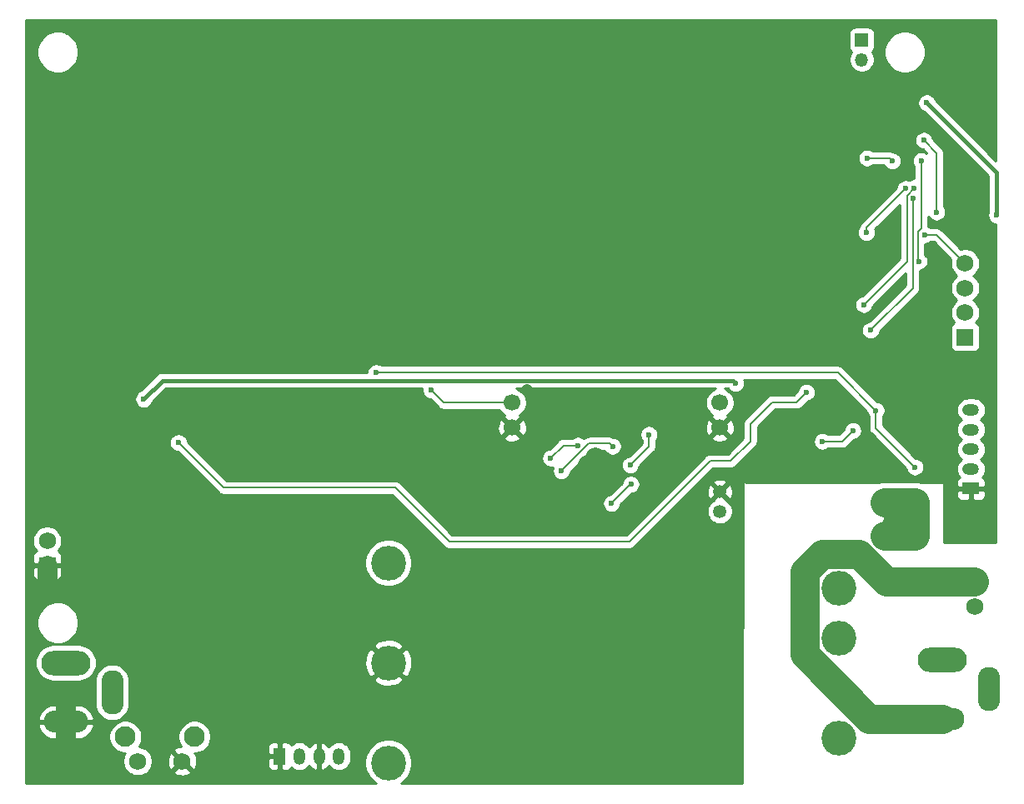
<source format=gbl>
G04 #@! TF.GenerationSoftware,KiCad,Pcbnew,(5.1.8)-1*
G04 #@! TF.CreationDate,2020-12-30T11:10:38+09:00*
G04 #@! TF.ProjectId,JetsonXavierNX_UPS,4a657473-6f6e-4586-9176-6965724e585f,rev?*
G04 #@! TF.SameCoordinates,Original*
G04 #@! TF.FileFunction,Copper,L2,Bot*
G04 #@! TF.FilePolarity,Positive*
%FSLAX46Y46*%
G04 Gerber Fmt 4.6, Leading zero omitted, Abs format (unit mm)*
G04 Created by KiCad (PCBNEW (5.1.8)-1) date 2020-12-30 11:10:38*
%MOMM*%
%LPD*%
G01*
G04 APERTURE LIST*
G04 #@! TA.AperFunction,ComponentPad*
%ADD10O,1.700000X1.200000*%
G04 #@! TD*
G04 #@! TA.AperFunction,ComponentPad*
%ADD11R,1.700000X1.200000*%
G04 #@! TD*
G04 #@! TA.AperFunction,ComponentPad*
%ADD12C,3.540000*%
G04 #@! TD*
G04 #@! TA.AperFunction,ComponentPad*
%ADD13C,1.750000*%
G04 #@! TD*
G04 #@! TA.AperFunction,ComponentPad*
%ADD14R,1.750000X1.750000*%
G04 #@! TD*
G04 #@! TA.AperFunction,ComponentPad*
%ADD15O,2.250000X4.500000*%
G04 #@! TD*
G04 #@! TA.AperFunction,ComponentPad*
%ADD16O,4.500000X2.250000*%
G04 #@! TD*
G04 #@! TA.AperFunction,ComponentPad*
%ADD17O,5.000000X2.500000*%
G04 #@! TD*
G04 #@! TA.AperFunction,ComponentPad*
%ADD18R,1.200000X1.700000*%
G04 #@! TD*
G04 #@! TA.AperFunction,ComponentPad*
%ADD19O,1.200000X1.700000*%
G04 #@! TD*
G04 #@! TA.AperFunction,ComponentPad*
%ADD20R,1.350000X1.350000*%
G04 #@! TD*
G04 #@! TA.AperFunction,ComponentPad*
%ADD21O,1.350000X1.350000*%
G04 #@! TD*
G04 #@! TA.AperFunction,ComponentPad*
%ADD22C,2.100000*%
G04 #@! TD*
G04 #@! TA.AperFunction,ComponentPad*
%ADD23C,0.300000*%
G04 #@! TD*
G04 #@! TA.AperFunction,ComponentPad*
%ADD24C,1.700000*%
G04 #@! TD*
G04 #@! TA.AperFunction,ComponentPad*
%ADD25C,1.350000*%
G04 #@! TD*
G04 #@! TA.AperFunction,ViaPad*
%ADD26C,0.900000*%
G04 #@! TD*
G04 #@! TA.AperFunction,ViaPad*
%ADD27C,0.600000*%
G04 #@! TD*
G04 #@! TA.AperFunction,ViaPad*
%ADD28C,1.200000*%
G04 #@! TD*
G04 #@! TA.AperFunction,Conductor*
%ADD29C,3.000000*%
G04 #@! TD*
G04 #@! TA.AperFunction,Conductor*
%ADD30C,2.000000*%
G04 #@! TD*
G04 #@! TA.AperFunction,Conductor*
%ADD31C,0.200000*%
G04 #@! TD*
G04 #@! TA.AperFunction,Conductor*
%ADD32C,0.400000*%
G04 #@! TD*
G04 #@! TA.AperFunction,Conductor*
%ADD33C,0.254000*%
G04 #@! TD*
G04 #@! TA.AperFunction,Conductor*
%ADD34C,0.152400*%
G04 #@! TD*
G04 APERTURE END LIST*
D10*
X206800000Y-124300000D03*
X206800000Y-126300000D03*
X206800000Y-128300000D03*
X206800000Y-130300000D03*
D11*
X206800000Y-132300000D03*
D12*
X147640000Y-139840000D03*
X147640000Y-160160000D03*
X147640000Y-150000000D03*
X193360000Y-142380000D03*
X193360000Y-147460000D03*
X193360000Y-157620000D03*
D13*
X206200000Y-109400000D03*
X206200000Y-111900000D03*
X206200000Y-114400000D03*
D14*
X206200000Y-116900000D03*
D15*
X208600000Y-152700000D03*
D16*
X203900000Y-155700000D03*
D17*
X203900000Y-149700000D03*
D13*
X207200000Y-144300000D03*
D14*
X207200000Y-141800000D03*
D18*
X136600000Y-159500000D03*
D19*
X138600000Y-159500000D03*
X140600000Y-159500000D03*
X142600000Y-159500000D03*
D14*
X113000000Y-140100000D03*
D13*
X113000000Y-137600000D03*
D17*
X114900000Y-150000000D03*
D16*
X114900000Y-156000000D03*
D15*
X119600000Y-153000000D03*
D14*
X206200000Y-116900000D03*
D13*
X206200000Y-114400000D03*
X206200000Y-111900000D03*
X206200000Y-109400000D03*
D20*
X195700000Y-86700000D03*
D21*
X195700000Y-88700000D03*
D22*
X127950000Y-157510000D03*
D13*
X126700000Y-160000000D03*
X122200000Y-160000000D03*
D22*
X120940000Y-157510000D03*
D23*
X168700000Y-130925000D03*
X167925000Y-130925000D03*
X169475000Y-130925000D03*
X168700000Y-129875000D03*
X167925000Y-129875000D03*
X169475000Y-129875000D03*
X168700000Y-131675000D03*
X168700000Y-129125000D03*
D24*
X160200000Y-123560000D03*
D25*
X181300000Y-132600000D03*
D24*
X160200000Y-126100000D03*
X181300000Y-126100000D03*
X181300000Y-123560000D03*
D25*
X181300000Y-134600000D03*
D26*
X199600000Y-135400000D03*
X201125000Y-133725000D03*
X198075000Y-133725000D03*
X198075000Y-137075000D03*
X201125000Y-137075000D03*
D27*
X128000000Y-152500000D03*
X129000000Y-152500000D03*
X130000000Y-152500000D03*
X130000000Y-153500000D03*
X129000000Y-153500000D03*
X128000000Y-153500000D03*
X129000000Y-151500000D03*
X128000000Y-151500000D03*
X130000000Y-151500000D03*
X197700000Y-90600000D03*
X190200000Y-127100000D03*
X187400000Y-126400000D03*
X198800000Y-126200000D03*
X177400000Y-134200000D03*
X172200000Y-136000000D03*
X167700000Y-134700000D03*
X165500000Y-133700000D03*
D28*
X161700000Y-122300000D03*
D27*
X148600000Y-125800000D03*
X144900000Y-129100000D03*
X140800000Y-122400000D03*
X206500000Y-90200000D03*
X207800000Y-90200000D03*
X209000000Y-90200000D03*
X209000000Y-89500000D03*
X207800000Y-89500000D03*
X206500000Y-89500000D03*
X149000000Y-124100000D03*
X196200000Y-126300000D03*
X128900000Y-162100000D03*
X143000000Y-154000000D03*
X201100000Y-130100000D03*
X146400000Y-120500000D03*
X197147679Y-124350009D03*
X202100000Y-106500000D03*
X196230428Y-98706027D03*
X198800000Y-99000000D03*
X196600000Y-116200000D03*
X200899990Y-102800924D03*
X195900000Y-113600000D03*
X201039058Y-101737504D03*
X200159755Y-101804611D03*
X196176456Y-106275000D03*
X201500000Y-109200000D03*
X201735971Y-98980342D03*
X172200000Y-129900000D03*
X174100000Y-126800000D03*
X152000000Y-122300000D03*
X170300000Y-133800000D03*
X172263962Y-131856902D03*
X191700000Y-127500000D03*
X194800000Y-126400000D03*
X190100000Y-122500000D03*
X126325001Y-127625001D03*
X202000000Y-96900000D03*
X203300000Y-104200000D03*
X209400000Y-104500000D03*
X202300000Y-93100000D03*
X165200000Y-130500000D03*
X170400000Y-128000000D03*
X164100000Y-129200000D03*
X166900000Y-127900000D03*
X182900000Y-121600000D03*
X122800000Y-123200000D03*
D29*
X199290010Y-135709989D02*
X199600000Y-135400000D01*
X198075000Y-133725000D02*
X198075000Y-133725000D01*
X201125000Y-133725000D02*
X201125000Y-133725000D01*
X201125000Y-137075000D02*
X198075000Y-137075000D01*
X199600000Y-135400000D02*
X199600000Y-135400000D01*
X201125000Y-133725000D02*
X201125000Y-137075000D01*
X198075000Y-133725000D02*
X201125000Y-133725000D01*
X198075000Y-137075000D02*
X198075000Y-137075000D01*
X201125000Y-137075000D02*
X201125000Y-137075000D01*
D30*
X168700000Y-131675000D02*
X168700000Y-129125000D01*
X167925000Y-129875000D02*
X169475000Y-129875000D01*
X169475000Y-130925000D02*
X167925000Y-130925000D01*
X113000000Y-140100000D02*
X113000000Y-142500000D01*
X114900000Y-156000000D02*
X114900000Y-153400000D01*
X114900000Y-153400000D02*
X114900000Y-158500000D01*
D31*
X146400000Y-120500000D02*
X193197670Y-120500000D01*
X197147679Y-126147679D02*
X201100000Y-130100000D01*
X197147679Y-124350009D02*
X197147679Y-126147679D01*
X193297670Y-120500000D02*
X193197670Y-120500000D01*
X197147679Y-124350009D02*
X193297670Y-120500000D01*
X203300000Y-106500000D02*
X206200000Y-109400000D01*
X202100000Y-106500000D02*
X203300000Y-106500000D01*
X198506027Y-98706027D02*
X198800000Y-99000000D01*
X196230428Y-98706027D02*
X198506027Y-98706027D01*
X200899990Y-111900010D02*
X200899990Y-102800924D01*
X196600000Y-116200000D02*
X200899990Y-111900010D01*
X201039058Y-101773852D02*
X201039058Y-101737504D01*
X200299988Y-102512922D02*
X201039058Y-101773852D01*
X195900000Y-113600000D02*
X200299988Y-109200012D01*
X200299988Y-109200012D02*
X200299988Y-102512922D01*
X200159755Y-101804611D02*
X196176456Y-105787910D01*
X196176456Y-105787910D02*
X196176456Y-106275000D01*
X201399999Y-109099999D02*
X201500000Y-109200000D01*
X201399999Y-106187001D02*
X201399999Y-109099999D01*
X201735971Y-105851029D02*
X201399999Y-106187001D01*
X201735971Y-98980342D02*
X201735971Y-105851029D01*
X174100000Y-128000000D02*
X174100000Y-126800000D01*
X172200000Y-129900000D02*
X174100000Y-128000000D01*
X153260000Y-123560000D02*
X160200000Y-123560000D01*
X152000000Y-122300000D02*
X153260000Y-123560000D01*
X170300000Y-133800000D02*
X172243098Y-131856902D01*
X172243098Y-131856902D02*
X172263962Y-131856902D01*
X191700000Y-127500000D02*
X193600000Y-127500000D01*
X193700000Y-127500000D02*
X193600000Y-127500000D01*
X194800000Y-126400000D02*
X193700000Y-127500000D01*
X189100000Y-123500000D02*
X186600000Y-123500000D01*
X186600000Y-123500000D02*
X184400000Y-125700000D01*
X184400000Y-125700000D02*
X184400000Y-127500000D01*
X184400000Y-127500000D02*
X182400000Y-129500000D01*
X190100000Y-122500000D02*
X189100000Y-123500000D01*
X182400000Y-129500000D02*
X180300000Y-129500000D01*
X180300000Y-129500000D02*
X172100000Y-137700000D01*
X172100000Y-137700000D02*
X153800000Y-137700000D01*
X153800000Y-137700000D02*
X148300000Y-132200000D01*
X130900000Y-132200000D02*
X126325001Y-127625001D01*
X148300000Y-132200000D02*
X130900000Y-132200000D01*
X203300000Y-98200000D02*
X203300000Y-104200000D01*
X202000000Y-96900000D02*
X203300000Y-98200000D01*
D32*
X209400000Y-100200000D02*
X202300000Y-93100000D01*
X209400000Y-104500000D02*
X209400000Y-100200000D01*
D31*
X165200000Y-130500000D02*
X167999999Y-127700001D01*
X167999999Y-127700001D02*
X170100001Y-127700001D01*
X170100001Y-127700001D02*
X170400000Y-128000000D01*
X165400000Y-127900000D02*
X166900000Y-127900000D01*
X164100000Y-129200000D02*
X165400000Y-127900000D01*
D29*
X203900000Y-155700000D02*
X196464398Y-155700000D01*
X196464398Y-155700000D02*
X189889999Y-149125601D01*
X189889999Y-149125601D02*
X189889999Y-140714399D01*
X198199501Y-141724999D02*
X207124999Y-141724999D01*
X189889999Y-140714399D02*
X191694399Y-138909999D01*
X191694399Y-138909999D02*
X195384501Y-138909999D01*
X195384501Y-138909999D02*
X198199501Y-141724999D01*
D32*
X182900000Y-121600000D02*
X182599999Y-121299999D01*
X182599999Y-121299999D02*
X129000001Y-121299999D01*
X124700001Y-121299999D02*
X122800000Y-123200000D01*
X129000001Y-121299999D02*
X124700001Y-121299999D01*
D33*
X209340001Y-98959133D02*
X203192655Y-92811788D01*
X203128586Y-92657111D01*
X203026262Y-92503972D01*
X202896028Y-92373738D01*
X202742889Y-92271414D01*
X202572729Y-92200932D01*
X202392089Y-92165000D01*
X202207911Y-92165000D01*
X202027271Y-92200932D01*
X201857111Y-92271414D01*
X201703972Y-92373738D01*
X201573738Y-92503972D01*
X201471414Y-92657111D01*
X201400932Y-92827271D01*
X201365000Y-93007911D01*
X201365000Y-93192089D01*
X201400932Y-93372729D01*
X201471414Y-93542889D01*
X201573738Y-93696028D01*
X201703972Y-93826262D01*
X201857111Y-93928586D01*
X202011788Y-93992655D01*
X208565001Y-100545869D01*
X208565000Y-104072596D01*
X208500932Y-104227271D01*
X208465000Y-104407911D01*
X208465000Y-104592089D01*
X208500932Y-104772729D01*
X208571414Y-104942889D01*
X208673738Y-105096028D01*
X208803972Y-105226262D01*
X208957111Y-105328586D01*
X209127271Y-105399068D01*
X209307911Y-105435000D01*
X209340001Y-105435000D01*
X209340000Y-137773000D01*
X204027000Y-137773000D01*
X204027000Y-132900000D01*
X205311928Y-132900000D01*
X205324188Y-133024482D01*
X205360498Y-133144180D01*
X205419463Y-133254494D01*
X205498815Y-133351185D01*
X205595506Y-133430537D01*
X205705820Y-133489502D01*
X205825518Y-133525812D01*
X205950000Y-133538072D01*
X206514250Y-133535000D01*
X206673000Y-133376250D01*
X206673000Y-132427000D01*
X206927000Y-132427000D01*
X206927000Y-133376250D01*
X207085750Y-133535000D01*
X207650000Y-133538072D01*
X207774482Y-133525812D01*
X207894180Y-133489502D01*
X208004494Y-133430537D01*
X208101185Y-133351185D01*
X208180537Y-133254494D01*
X208239502Y-133144180D01*
X208275812Y-133024482D01*
X208288072Y-132900000D01*
X208285000Y-132585750D01*
X208126250Y-132427000D01*
X206927000Y-132427000D01*
X206673000Y-132427000D01*
X205473750Y-132427000D01*
X205315000Y-132585750D01*
X205311928Y-132900000D01*
X204027000Y-132900000D01*
X204027000Y-131800000D01*
X204024560Y-131775224D01*
X204017333Y-131751399D01*
X204005597Y-131729443D01*
X203989803Y-131710197D01*
X203970557Y-131694403D01*
X203948601Y-131682667D01*
X203924776Y-131675440D01*
X203900000Y-131673000D01*
X201715309Y-131673000D01*
X201543533Y-131620892D01*
X201229882Y-131590000D01*
X201125000Y-131579670D01*
X201020118Y-131590000D01*
X197970118Y-131590000D01*
X197656467Y-131620892D01*
X197484691Y-131673000D01*
X183927000Y-131673000D01*
X183927000Y-131100000D01*
X183924636Y-131075608D01*
X183917482Y-131051762D01*
X183905814Y-131029769D01*
X183890079Y-131010475D01*
X183870883Y-130994622D01*
X183848963Y-130982818D01*
X183825161Y-130975517D01*
X183800392Y-130973001D01*
X183775608Y-130975364D01*
X183751762Y-130982518D01*
X183729769Y-130994186D01*
X183710475Y-131009921D01*
X183694622Y-131029117D01*
X183682818Y-131051037D01*
X183675517Y-131074839D01*
X183673001Y-131099608D01*
X183577012Y-162200000D01*
X148915811Y-162200000D01*
X149173098Y-162028086D01*
X149508086Y-161693098D01*
X149771284Y-161299195D01*
X149952577Y-160861513D01*
X150045000Y-160396872D01*
X150045000Y-159923128D01*
X149952577Y-159458487D01*
X149771284Y-159020805D01*
X149508086Y-158626902D01*
X149173098Y-158291914D01*
X148779195Y-158028716D01*
X148341513Y-157847423D01*
X147876872Y-157755000D01*
X147403128Y-157755000D01*
X146938487Y-157847423D01*
X146500805Y-158028716D01*
X146106902Y-158291914D01*
X145771914Y-158626902D01*
X145508716Y-159020805D01*
X145327423Y-159458487D01*
X145235000Y-159923128D01*
X145235000Y-160396872D01*
X145327423Y-160861513D01*
X145508716Y-161299195D01*
X145771914Y-161693098D01*
X146106902Y-162028086D01*
X146364189Y-162200000D01*
X110810000Y-162200000D01*
X110810000Y-156400043D01*
X112061067Y-156400043D01*
X112100371Y-156556190D01*
X112241056Y-156872207D01*
X112440689Y-157154705D01*
X112691599Y-157392829D01*
X112984144Y-157577427D01*
X113307081Y-157701406D01*
X113648000Y-157760000D01*
X114773000Y-157760000D01*
X114773000Y-156127000D01*
X115027000Y-156127000D01*
X115027000Y-157760000D01*
X116152000Y-157760000D01*
X116492919Y-157701406D01*
X116815856Y-157577427D01*
X117108401Y-157392829D01*
X117159807Y-157344042D01*
X119255000Y-157344042D01*
X119255000Y-157675958D01*
X119319754Y-158001496D01*
X119446772Y-158308147D01*
X119631175Y-158584125D01*
X119865875Y-158818825D01*
X120141853Y-159003228D01*
X120448504Y-159130246D01*
X120774042Y-159195000D01*
X120921823Y-159195000D01*
X120861856Y-159284747D01*
X120748029Y-159559549D01*
X120690000Y-159851278D01*
X120690000Y-160148722D01*
X120748029Y-160440451D01*
X120861856Y-160715253D01*
X121027107Y-160962569D01*
X121237431Y-161172893D01*
X121484747Y-161338144D01*
X121759549Y-161451971D01*
X122051278Y-161510000D01*
X122348722Y-161510000D01*
X122640451Y-161451971D01*
X122915253Y-161338144D01*
X123162569Y-161172893D01*
X123289222Y-161046240D01*
X125833365Y-161046240D01*
X125914025Y-161297868D01*
X126182329Y-161426267D01*
X126470526Y-161499855D01*
X126767543Y-161515804D01*
X127061963Y-161473501D01*
X127342474Y-161374572D01*
X127485975Y-161297868D01*
X127566635Y-161046240D01*
X126700000Y-160179605D01*
X125833365Y-161046240D01*
X123289222Y-161046240D01*
X123372893Y-160962569D01*
X123538144Y-160715253D01*
X123651971Y-160440451D01*
X123710000Y-160148722D01*
X123710000Y-160067543D01*
X125184196Y-160067543D01*
X125226499Y-160361963D01*
X125325428Y-160642474D01*
X125402132Y-160785975D01*
X125653760Y-160866635D01*
X126520395Y-160000000D01*
X125653760Y-159133365D01*
X125402132Y-159214025D01*
X125273733Y-159482329D01*
X125200145Y-159770526D01*
X125184196Y-160067543D01*
X123710000Y-160067543D01*
X123710000Y-159851278D01*
X123651971Y-159559549D01*
X123538144Y-159284747D01*
X123372893Y-159037431D01*
X123289222Y-158953760D01*
X125833365Y-158953760D01*
X126700000Y-159820395D01*
X126714143Y-159806253D01*
X126893748Y-159985858D01*
X126879605Y-160000000D01*
X127746240Y-160866635D01*
X127997868Y-160785975D01*
X128126267Y-160517671D01*
X128169079Y-160350000D01*
X135361928Y-160350000D01*
X135374188Y-160474482D01*
X135410498Y-160594180D01*
X135469463Y-160704494D01*
X135548815Y-160801185D01*
X135645506Y-160880537D01*
X135755820Y-160939502D01*
X135875518Y-160975812D01*
X136000000Y-160988072D01*
X136314250Y-160985000D01*
X136473000Y-160826250D01*
X136473000Y-159627000D01*
X135523750Y-159627000D01*
X135365000Y-159785750D01*
X135361928Y-160350000D01*
X128169079Y-160350000D01*
X128199855Y-160229474D01*
X128215804Y-159932457D01*
X128173501Y-159638037D01*
X128074572Y-159357526D01*
X127997868Y-159214025D01*
X127938517Y-159195000D01*
X128115958Y-159195000D01*
X128441496Y-159130246D01*
X128748147Y-159003228D01*
X129024125Y-158818825D01*
X129192950Y-158650000D01*
X135361928Y-158650000D01*
X135365000Y-159214250D01*
X135523750Y-159373000D01*
X136473000Y-159373000D01*
X136473000Y-158173750D01*
X136727000Y-158173750D01*
X136727000Y-159373000D01*
X136747000Y-159373000D01*
X136747000Y-159627000D01*
X136727000Y-159627000D01*
X136727000Y-160826250D01*
X136885750Y-160985000D01*
X137200000Y-160988072D01*
X137324482Y-160975812D01*
X137444180Y-160939502D01*
X137554494Y-160880537D01*
X137651185Y-160801185D01*
X137730537Y-160704494D01*
X137756692Y-160655563D01*
X137910552Y-160781833D01*
X138125100Y-160896511D01*
X138357899Y-160967130D01*
X138600000Y-160990975D01*
X138842102Y-160967130D01*
X139074901Y-160896511D01*
X139289449Y-160781833D01*
X139477502Y-160627502D01*
X139594432Y-160485022D01*
X139604991Y-160502276D01*
X139770872Y-160681938D01*
X139968616Y-160825786D01*
X140190623Y-160928292D01*
X140282391Y-160943462D01*
X140473000Y-160818731D01*
X140473000Y-159627000D01*
X140453000Y-159627000D01*
X140453000Y-159373000D01*
X140473000Y-159373000D01*
X140473000Y-158181269D01*
X140727000Y-158181269D01*
X140727000Y-159373000D01*
X140747000Y-159373000D01*
X140747000Y-159627000D01*
X140727000Y-159627000D01*
X140727000Y-160818731D01*
X140917609Y-160943462D01*
X141009377Y-160928292D01*
X141231384Y-160825786D01*
X141429128Y-160681938D01*
X141595009Y-160502276D01*
X141605568Y-160485022D01*
X141722499Y-160627502D01*
X141910552Y-160781833D01*
X142125100Y-160896511D01*
X142357899Y-160967130D01*
X142600000Y-160990975D01*
X142842102Y-160967130D01*
X143074901Y-160896511D01*
X143289449Y-160781833D01*
X143477502Y-160627502D01*
X143631833Y-160439449D01*
X143746511Y-160224900D01*
X143817130Y-159992101D01*
X143835000Y-159810664D01*
X143835000Y-159189335D01*
X143817130Y-159007898D01*
X143746511Y-158775099D01*
X143631833Y-158560551D01*
X143477502Y-158372498D01*
X143289448Y-158218167D01*
X143074900Y-158103489D01*
X142842101Y-158032870D01*
X142600000Y-158009025D01*
X142357898Y-158032870D01*
X142125099Y-158103489D01*
X141910551Y-158218167D01*
X141722498Y-158372498D01*
X141605568Y-158514978D01*
X141595009Y-158497724D01*
X141429128Y-158318062D01*
X141231384Y-158174214D01*
X141009377Y-158071708D01*
X140917609Y-158056538D01*
X140727000Y-158181269D01*
X140473000Y-158181269D01*
X140282391Y-158056538D01*
X140190623Y-158071708D01*
X139968616Y-158174214D01*
X139770872Y-158318062D01*
X139604991Y-158497724D01*
X139594432Y-158514978D01*
X139477502Y-158372498D01*
X139289448Y-158218167D01*
X139074900Y-158103489D01*
X138842101Y-158032870D01*
X138600000Y-158009025D01*
X138357898Y-158032870D01*
X138125099Y-158103489D01*
X137910551Y-158218167D01*
X137756691Y-158344436D01*
X137730537Y-158295506D01*
X137651185Y-158198815D01*
X137554494Y-158119463D01*
X137444180Y-158060498D01*
X137324482Y-158024188D01*
X137200000Y-158011928D01*
X136885750Y-158015000D01*
X136727000Y-158173750D01*
X136473000Y-158173750D01*
X136314250Y-158015000D01*
X136000000Y-158011928D01*
X135875518Y-158024188D01*
X135755820Y-158060498D01*
X135645506Y-158119463D01*
X135548815Y-158198815D01*
X135469463Y-158295506D01*
X135410498Y-158405820D01*
X135374188Y-158525518D01*
X135361928Y-158650000D01*
X129192950Y-158650000D01*
X129258825Y-158584125D01*
X129443228Y-158308147D01*
X129570246Y-158001496D01*
X129635000Y-157675958D01*
X129635000Y-157344042D01*
X129570246Y-157018504D01*
X129443228Y-156711853D01*
X129258825Y-156435875D01*
X129024125Y-156201175D01*
X128748147Y-156016772D01*
X128441496Y-155889754D01*
X128115958Y-155825000D01*
X127784042Y-155825000D01*
X127458504Y-155889754D01*
X127151853Y-156016772D01*
X126875875Y-156201175D01*
X126641175Y-156435875D01*
X126456772Y-156711853D01*
X126329754Y-157018504D01*
X126265000Y-157344042D01*
X126265000Y-157675958D01*
X126329754Y-158001496D01*
X126456772Y-158308147D01*
X126579490Y-158491806D01*
X126338037Y-158526499D01*
X126057526Y-158625428D01*
X125914025Y-158702132D01*
X125833365Y-158953760D01*
X123289222Y-158953760D01*
X123162569Y-158827107D01*
X122915253Y-158661856D01*
X122640451Y-158548029D01*
X122348722Y-158490000D01*
X122311717Y-158490000D01*
X122433228Y-158308147D01*
X122560246Y-158001496D01*
X122625000Y-157675958D01*
X122625000Y-157344042D01*
X122560246Y-157018504D01*
X122433228Y-156711853D01*
X122248825Y-156435875D01*
X122014125Y-156201175D01*
X121738147Y-156016772D01*
X121431496Y-155889754D01*
X121105958Y-155825000D01*
X120774042Y-155825000D01*
X120448504Y-155889754D01*
X120141853Y-156016772D01*
X119865875Y-156201175D01*
X119631175Y-156435875D01*
X119446772Y-156711853D01*
X119319754Y-157018504D01*
X119255000Y-157344042D01*
X117159807Y-157344042D01*
X117359311Y-157154705D01*
X117558944Y-156872207D01*
X117699629Y-156556190D01*
X117738933Y-156400043D01*
X117621206Y-156127000D01*
X115027000Y-156127000D01*
X114773000Y-156127000D01*
X112178794Y-156127000D01*
X112061067Y-156400043D01*
X110810000Y-156400043D01*
X110810000Y-155599957D01*
X112061067Y-155599957D01*
X112178794Y-155873000D01*
X114773000Y-155873000D01*
X114773000Y-154240000D01*
X115027000Y-154240000D01*
X115027000Y-155873000D01*
X117621206Y-155873000D01*
X117738933Y-155599957D01*
X117699629Y-155443810D01*
X117558944Y-155127793D01*
X117359311Y-154845295D01*
X117108401Y-154607171D01*
X116815856Y-154422573D01*
X116492919Y-154298594D01*
X116152000Y-154240000D01*
X115027000Y-154240000D01*
X114773000Y-154240000D01*
X113648000Y-154240000D01*
X113307081Y-154298594D01*
X112984144Y-154422573D01*
X112691599Y-154607171D01*
X112440689Y-154845295D01*
X112241056Y-155127793D01*
X112100371Y-155443810D01*
X112061067Y-155599957D01*
X110810000Y-155599957D01*
X110810000Y-154211452D01*
X117840000Y-154211452D01*
X117865467Y-154470019D01*
X117966105Y-154801780D01*
X118129534Y-155107533D01*
X118349471Y-155375529D01*
X118617466Y-155595466D01*
X118923219Y-155758895D01*
X119254980Y-155859533D01*
X119600000Y-155893515D01*
X119945019Y-155859533D01*
X120276780Y-155758895D01*
X120582533Y-155595466D01*
X120850529Y-155375529D01*
X121070466Y-155107534D01*
X121233895Y-154801781D01*
X121334533Y-154470020D01*
X121360000Y-154211453D01*
X121360000Y-151788547D01*
X121349688Y-151683842D01*
X146135763Y-151683842D01*
X146324244Y-152027047D01*
X146744983Y-152244789D01*
X147200117Y-152376265D01*
X147672156Y-152416422D01*
X148142958Y-152363718D01*
X148594432Y-152220177D01*
X148955756Y-152027047D01*
X149144237Y-151683842D01*
X147640000Y-150179605D01*
X146135763Y-151683842D01*
X121349688Y-151683842D01*
X121334533Y-151529980D01*
X121233895Y-151198219D01*
X121070466Y-150892466D01*
X120850529Y-150624471D01*
X120582534Y-150404534D01*
X120276781Y-150241105D01*
X119945020Y-150140467D01*
X119600000Y-150106485D01*
X119254981Y-150140467D01*
X118923220Y-150241105D01*
X118617467Y-150404534D01*
X118349472Y-150624471D01*
X118129535Y-150892466D01*
X117966106Y-151198219D01*
X117865468Y-151529980D01*
X117840001Y-151788547D01*
X117840000Y-154211452D01*
X110810000Y-154211452D01*
X110810000Y-150000000D01*
X111755880Y-150000000D01*
X111792275Y-150369524D01*
X111900061Y-150724848D01*
X112075097Y-151052317D01*
X112310655Y-151339345D01*
X112597683Y-151574903D01*
X112925152Y-151749939D01*
X113280476Y-151857725D01*
X113557403Y-151885000D01*
X116242597Y-151885000D01*
X116519524Y-151857725D01*
X116874848Y-151749939D01*
X117202317Y-151574903D01*
X117489345Y-151339345D01*
X117724903Y-151052317D01*
X117899939Y-150724848D01*
X118007725Y-150369524D01*
X118040952Y-150032156D01*
X145223578Y-150032156D01*
X145276282Y-150502958D01*
X145419823Y-150954432D01*
X145612953Y-151315756D01*
X145956158Y-151504237D01*
X147460395Y-150000000D01*
X147819605Y-150000000D01*
X149323842Y-151504237D01*
X149667047Y-151315756D01*
X149884789Y-150895017D01*
X150016265Y-150439883D01*
X150056422Y-149967844D01*
X150003718Y-149497042D01*
X149860177Y-149045568D01*
X149667047Y-148684244D01*
X149323842Y-148495763D01*
X147819605Y-150000000D01*
X147460395Y-150000000D01*
X145956158Y-148495763D01*
X145612953Y-148684244D01*
X145395211Y-149104983D01*
X145263735Y-149560117D01*
X145223578Y-150032156D01*
X118040952Y-150032156D01*
X118044120Y-150000000D01*
X118007725Y-149630476D01*
X117899939Y-149275152D01*
X117724903Y-148947683D01*
X117489345Y-148660655D01*
X117202317Y-148425097D01*
X116998507Y-148316158D01*
X146135763Y-148316158D01*
X147640000Y-149820395D01*
X149144237Y-148316158D01*
X148955756Y-147972953D01*
X148535017Y-147755211D01*
X148079883Y-147623735D01*
X147607844Y-147583578D01*
X147137042Y-147636282D01*
X146685568Y-147779823D01*
X146324244Y-147972953D01*
X146135763Y-148316158D01*
X116998507Y-148316158D01*
X116874848Y-148250061D01*
X116519524Y-148142275D01*
X116242597Y-148115000D01*
X113557403Y-148115000D01*
X113280476Y-148142275D01*
X112925152Y-148250061D01*
X112597683Y-148425097D01*
X112310655Y-148660655D01*
X112075097Y-148947683D01*
X111900061Y-149275152D01*
X111792275Y-149630476D01*
X111755880Y-150000000D01*
X110810000Y-150000000D01*
X110810000Y-145726223D01*
X111955257Y-145726223D01*
X111955257Y-146143777D01*
X112036717Y-146553306D01*
X112196508Y-146939075D01*
X112428488Y-147286258D01*
X112723742Y-147581512D01*
X113070925Y-147813492D01*
X113456694Y-147973283D01*
X113866223Y-148054743D01*
X114283777Y-148054743D01*
X114693306Y-147973283D01*
X115079075Y-147813492D01*
X115426258Y-147581512D01*
X115721512Y-147286258D01*
X115953492Y-146939075D01*
X116113283Y-146553306D01*
X116194743Y-146143777D01*
X116194743Y-145726223D01*
X116113283Y-145316694D01*
X115953492Y-144930925D01*
X115721512Y-144583742D01*
X115426258Y-144288488D01*
X115079075Y-144056508D01*
X114693306Y-143896717D01*
X114283777Y-143815257D01*
X113866223Y-143815257D01*
X113456694Y-143896717D01*
X113070925Y-144056508D01*
X112723742Y-144288488D01*
X112428488Y-144583742D01*
X112196508Y-144930925D01*
X112036717Y-145316694D01*
X111955257Y-145726223D01*
X110810000Y-145726223D01*
X110810000Y-140975000D01*
X111486928Y-140975000D01*
X111499188Y-141099482D01*
X111535498Y-141219180D01*
X111594463Y-141329494D01*
X111673815Y-141426185D01*
X111770506Y-141505537D01*
X111880820Y-141564502D01*
X112000518Y-141600812D01*
X112125000Y-141613072D01*
X112714250Y-141610000D01*
X112873000Y-141451250D01*
X112873000Y-140227000D01*
X113127000Y-140227000D01*
X113127000Y-141451250D01*
X113285750Y-141610000D01*
X113875000Y-141613072D01*
X113999482Y-141600812D01*
X114119180Y-141564502D01*
X114229494Y-141505537D01*
X114326185Y-141426185D01*
X114405537Y-141329494D01*
X114464502Y-141219180D01*
X114500812Y-141099482D01*
X114513072Y-140975000D01*
X114510000Y-140385750D01*
X114351250Y-140227000D01*
X113127000Y-140227000D01*
X112873000Y-140227000D01*
X111648750Y-140227000D01*
X111490000Y-140385750D01*
X111486928Y-140975000D01*
X110810000Y-140975000D01*
X110810000Y-139225000D01*
X111486928Y-139225000D01*
X111490000Y-139814250D01*
X111648750Y-139973000D01*
X112873000Y-139973000D01*
X112873000Y-139953000D01*
X113127000Y-139953000D01*
X113127000Y-139973000D01*
X114351250Y-139973000D01*
X114510000Y-139814250D01*
X114511100Y-139603128D01*
X145235000Y-139603128D01*
X145235000Y-140076872D01*
X145327423Y-140541513D01*
X145508716Y-140979195D01*
X145771914Y-141373098D01*
X146106902Y-141708086D01*
X146500805Y-141971284D01*
X146938487Y-142152577D01*
X147403128Y-142245000D01*
X147876872Y-142245000D01*
X148341513Y-142152577D01*
X148779195Y-141971284D01*
X149173098Y-141708086D01*
X149508086Y-141373098D01*
X149771284Y-140979195D01*
X149952577Y-140541513D01*
X150045000Y-140076872D01*
X150045000Y-139603128D01*
X149952577Y-139138487D01*
X149771284Y-138700805D01*
X149508086Y-138306902D01*
X149173098Y-137971914D01*
X148779195Y-137708716D01*
X148341513Y-137527423D01*
X147876872Y-137435000D01*
X147403128Y-137435000D01*
X146938487Y-137527423D01*
X146500805Y-137708716D01*
X146106902Y-137971914D01*
X145771914Y-138306902D01*
X145508716Y-138700805D01*
X145327423Y-139138487D01*
X145235000Y-139603128D01*
X114511100Y-139603128D01*
X114513072Y-139225000D01*
X114500812Y-139100518D01*
X114464502Y-138980820D01*
X114405537Y-138870506D01*
X114326185Y-138773815D01*
X114229494Y-138694463D01*
X114119180Y-138635498D01*
X114104436Y-138631026D01*
X114172893Y-138562569D01*
X114338144Y-138315253D01*
X114451971Y-138040451D01*
X114510000Y-137748722D01*
X114510000Y-137451278D01*
X114451971Y-137159549D01*
X114338144Y-136884747D01*
X114172893Y-136637431D01*
X113962569Y-136427107D01*
X113715253Y-136261856D01*
X113440451Y-136148029D01*
X113148722Y-136090000D01*
X112851278Y-136090000D01*
X112559549Y-136148029D01*
X112284747Y-136261856D01*
X112037431Y-136427107D01*
X111827107Y-136637431D01*
X111661856Y-136884747D01*
X111548029Y-137159549D01*
X111490000Y-137451278D01*
X111490000Y-137748722D01*
X111548029Y-138040451D01*
X111661856Y-138315253D01*
X111827107Y-138562569D01*
X111895564Y-138631026D01*
X111880820Y-138635498D01*
X111770506Y-138694463D01*
X111673815Y-138773815D01*
X111594463Y-138870506D01*
X111535498Y-138980820D01*
X111499188Y-139100518D01*
X111486928Y-139225000D01*
X110810000Y-139225000D01*
X110810000Y-127532912D01*
X125390001Y-127532912D01*
X125390001Y-127717090D01*
X125425933Y-127897730D01*
X125496415Y-128067890D01*
X125598739Y-128221029D01*
X125728973Y-128351263D01*
X125882112Y-128453587D01*
X126052272Y-128524069D01*
X126217487Y-128556933D01*
X130354746Y-132694193D01*
X130377762Y-132722238D01*
X130447664Y-132779605D01*
X130489680Y-132814087D01*
X130617366Y-132882337D01*
X130755915Y-132924365D01*
X130900000Y-132938556D01*
X130936105Y-132935000D01*
X147995554Y-132935000D01*
X153254746Y-138194193D01*
X153277762Y-138222238D01*
X153380925Y-138306902D01*
X153389680Y-138314087D01*
X153517366Y-138382337D01*
X153655915Y-138424365D01*
X153800000Y-138438556D01*
X153836105Y-138435000D01*
X172063895Y-138435000D01*
X172100000Y-138438556D01*
X172136105Y-138435000D01*
X172244085Y-138424365D01*
X172382633Y-138382337D01*
X172510320Y-138314087D01*
X172622238Y-138222238D01*
X172645259Y-138194187D01*
X176368470Y-134470976D01*
X179990000Y-134470976D01*
X179990000Y-134729024D01*
X180040342Y-134982113D01*
X180139093Y-135220518D01*
X180282456Y-135435077D01*
X180464923Y-135617544D01*
X180679482Y-135760907D01*
X180917887Y-135859658D01*
X181170976Y-135910000D01*
X181429024Y-135910000D01*
X181682113Y-135859658D01*
X181920518Y-135760907D01*
X182135077Y-135617544D01*
X182317544Y-135435077D01*
X182460907Y-135220518D01*
X182559658Y-134982113D01*
X182610000Y-134729024D01*
X182610000Y-134470976D01*
X182559658Y-134217887D01*
X182460907Y-133979482D01*
X182317544Y-133764923D01*
X182135077Y-133582456D01*
X182022809Y-133507441D01*
X182023795Y-133503400D01*
X181300000Y-132779605D01*
X180576205Y-133503400D01*
X180577191Y-133507441D01*
X180464923Y-133582456D01*
X180282456Y-133764923D01*
X180139093Y-133979482D01*
X180040342Y-134217887D01*
X179990000Y-134470976D01*
X176368470Y-134470976D01*
X178163981Y-132675465D01*
X179985826Y-132675465D01*
X180025800Y-132930398D01*
X180114741Y-133172633D01*
X180165379Y-133267370D01*
X180396600Y-133323795D01*
X181120395Y-132600000D01*
X181479605Y-132600000D01*
X182203400Y-133323795D01*
X182434621Y-133267370D01*
X182543017Y-133033192D01*
X182603645Y-132782367D01*
X182614174Y-132524535D01*
X182574200Y-132269602D01*
X182485259Y-132027367D01*
X182434621Y-131932630D01*
X182203400Y-131876205D01*
X181479605Y-132600000D01*
X181120395Y-132600000D01*
X180396600Y-131876205D01*
X180165379Y-131932630D01*
X180056983Y-132166808D01*
X179996355Y-132417633D01*
X179985826Y-132675465D01*
X178163981Y-132675465D01*
X179142846Y-131696600D01*
X180576205Y-131696600D01*
X181300000Y-132420395D01*
X182023795Y-131696600D01*
X181967370Y-131465379D01*
X181733192Y-131356983D01*
X181482367Y-131296355D01*
X181224535Y-131285826D01*
X180969602Y-131325800D01*
X180727367Y-131414741D01*
X180632630Y-131465379D01*
X180576205Y-131696600D01*
X179142846Y-131696600D01*
X180604447Y-130235000D01*
X182363895Y-130235000D01*
X182400000Y-130238556D01*
X182436105Y-130235000D01*
X182544085Y-130224365D01*
X182682633Y-130182337D01*
X182810320Y-130114087D01*
X182922238Y-130022238D01*
X182945258Y-129994188D01*
X184894194Y-128045253D01*
X184922238Y-128022238D01*
X185014087Y-127910320D01*
X185082337Y-127782633D01*
X185124365Y-127644085D01*
X185135000Y-127536105D01*
X185135000Y-127536098D01*
X185138555Y-127500001D01*
X185135000Y-127463904D01*
X185135000Y-127407911D01*
X190765000Y-127407911D01*
X190765000Y-127592089D01*
X190800932Y-127772729D01*
X190871414Y-127942889D01*
X190973738Y-128096028D01*
X191103972Y-128226262D01*
X191257111Y-128328586D01*
X191427271Y-128399068D01*
X191607911Y-128435000D01*
X191792089Y-128435000D01*
X191972729Y-128399068D01*
X192142889Y-128328586D01*
X192282951Y-128235000D01*
X193663895Y-128235000D01*
X193700000Y-128238556D01*
X193736105Y-128235000D01*
X193844085Y-128224365D01*
X193982633Y-128182337D01*
X194110320Y-128114087D01*
X194222238Y-128022238D01*
X194245258Y-127994188D01*
X194907515Y-127331932D01*
X195072729Y-127299068D01*
X195242889Y-127228586D01*
X195396028Y-127126262D01*
X195526262Y-126996028D01*
X195628586Y-126842889D01*
X195699068Y-126672729D01*
X195735000Y-126492089D01*
X195735000Y-126307911D01*
X195699068Y-126127271D01*
X195628586Y-125957111D01*
X195526262Y-125803972D01*
X195396028Y-125673738D01*
X195242889Y-125571414D01*
X195072729Y-125500932D01*
X194892089Y-125465000D01*
X194707911Y-125465000D01*
X194527271Y-125500932D01*
X194357111Y-125571414D01*
X194203972Y-125673738D01*
X194073738Y-125803972D01*
X193971414Y-125957111D01*
X193900932Y-126127271D01*
X193868068Y-126292485D01*
X193395554Y-126765000D01*
X192282951Y-126765000D01*
X192142889Y-126671414D01*
X191972729Y-126600932D01*
X191792089Y-126565000D01*
X191607911Y-126565000D01*
X191427271Y-126600932D01*
X191257111Y-126671414D01*
X191103972Y-126773738D01*
X190973738Y-126903972D01*
X190871414Y-127057111D01*
X190800932Y-127227271D01*
X190765000Y-127407911D01*
X185135000Y-127407911D01*
X185135000Y-126004446D01*
X186904447Y-124235000D01*
X189063895Y-124235000D01*
X189100000Y-124238556D01*
X189136105Y-124235000D01*
X189244085Y-124224365D01*
X189382633Y-124182337D01*
X189510320Y-124114087D01*
X189622238Y-124022238D01*
X189645258Y-123994188D01*
X190207515Y-123431932D01*
X190372729Y-123399068D01*
X190542889Y-123328586D01*
X190696028Y-123226262D01*
X190826262Y-123096028D01*
X190928586Y-122942889D01*
X190999068Y-122772729D01*
X191035000Y-122592089D01*
X191035000Y-122407911D01*
X190999068Y-122227271D01*
X190928586Y-122057111D01*
X190826262Y-121903972D01*
X190696028Y-121773738D01*
X190542889Y-121671414D01*
X190372729Y-121600932D01*
X190192089Y-121565000D01*
X190007911Y-121565000D01*
X189827271Y-121600932D01*
X189657111Y-121671414D01*
X189503972Y-121773738D01*
X189373738Y-121903972D01*
X189271414Y-122057111D01*
X189200932Y-122227271D01*
X189168068Y-122392485D01*
X188795554Y-122765000D01*
X186636105Y-122765000D01*
X186600000Y-122761444D01*
X186563895Y-122765000D01*
X186455915Y-122775635D01*
X186317367Y-122817663D01*
X186189680Y-122885913D01*
X186077762Y-122977762D01*
X186054746Y-123005807D01*
X183905808Y-125154746D01*
X183877762Y-125177763D01*
X183785913Y-125289681D01*
X183717663Y-125417368D01*
X183708823Y-125446511D01*
X183675635Y-125555915D01*
X183661444Y-125700000D01*
X183665000Y-125736105D01*
X183665001Y-127195552D01*
X182095554Y-128765000D01*
X180336094Y-128765000D01*
X180299999Y-128761445D01*
X180263904Y-128765000D01*
X180263895Y-128765000D01*
X180155915Y-128775635D01*
X180017367Y-128817663D01*
X179889680Y-128885913D01*
X179777762Y-128977762D01*
X179754746Y-129005807D01*
X171795554Y-136965000D01*
X154104447Y-136965000D01*
X150847358Y-133707911D01*
X169365000Y-133707911D01*
X169365000Y-133892089D01*
X169400932Y-134072729D01*
X169471414Y-134242889D01*
X169573738Y-134396028D01*
X169703972Y-134526262D01*
X169857111Y-134628586D01*
X170027271Y-134699068D01*
X170207911Y-134735000D01*
X170392089Y-134735000D01*
X170572729Y-134699068D01*
X170742889Y-134628586D01*
X170896028Y-134526262D01*
X171026262Y-134396028D01*
X171128586Y-134242889D01*
X171199068Y-134072729D01*
X171231932Y-133907515D01*
X172347545Y-132791902D01*
X172356051Y-132791902D01*
X172536691Y-132755970D01*
X172706851Y-132685488D01*
X172859990Y-132583164D01*
X172990224Y-132452930D01*
X173092548Y-132299791D01*
X173163030Y-132129631D01*
X173198962Y-131948991D01*
X173198962Y-131764813D01*
X173163030Y-131584173D01*
X173092548Y-131414013D01*
X172990224Y-131260874D01*
X172859990Y-131130640D01*
X172706851Y-131028316D01*
X172536691Y-130957834D01*
X172356051Y-130921902D01*
X172171873Y-130921902D01*
X171991233Y-130957834D01*
X171821073Y-131028316D01*
X171667934Y-131130640D01*
X171537700Y-131260874D01*
X171435376Y-131414013D01*
X171364894Y-131584173D01*
X171337211Y-131723342D01*
X170192485Y-132868068D01*
X170027271Y-132900932D01*
X169857111Y-132971414D01*
X169703972Y-133073738D01*
X169573738Y-133203972D01*
X169471414Y-133357111D01*
X169400932Y-133527271D01*
X169365000Y-133707911D01*
X150847358Y-133707911D01*
X148845259Y-131705813D01*
X148822238Y-131677762D01*
X148710320Y-131585913D01*
X148582633Y-131517663D01*
X148444085Y-131475635D01*
X148336105Y-131465000D01*
X148300000Y-131461444D01*
X148263895Y-131465000D01*
X131204447Y-131465000D01*
X128847358Y-129107911D01*
X163165000Y-129107911D01*
X163165000Y-129292089D01*
X163200932Y-129472729D01*
X163271414Y-129642889D01*
X163373738Y-129796028D01*
X163503972Y-129926262D01*
X163657111Y-130028586D01*
X163827271Y-130099068D01*
X164007911Y-130135000D01*
X164192089Y-130135000D01*
X164352356Y-130103120D01*
X164300932Y-130227271D01*
X164265000Y-130407911D01*
X164265000Y-130592089D01*
X164300932Y-130772729D01*
X164371414Y-130942889D01*
X164473738Y-131096028D01*
X164603972Y-131226262D01*
X164757111Y-131328586D01*
X164927271Y-131399068D01*
X165107911Y-131435000D01*
X165292089Y-131435000D01*
X165472729Y-131399068D01*
X165642889Y-131328586D01*
X165796028Y-131226262D01*
X165926262Y-131096028D01*
X166028586Y-130942889D01*
X166099068Y-130772729D01*
X166131932Y-130607515D01*
X167230410Y-129509037D01*
X167199333Y-129565789D01*
X167152953Y-129713302D01*
X167136241Y-129867027D01*
X167149842Y-130021059D01*
X167193231Y-130169479D01*
X167264741Y-130306582D01*
X167273601Y-130319839D01*
X167463522Y-130303951D01*
X167481219Y-130286254D01*
X167490735Y-130400000D01*
X167481219Y-130513746D01*
X167463522Y-130496049D01*
X167273601Y-130480161D01*
X167199333Y-130615789D01*
X167152953Y-130763302D01*
X167136241Y-130917027D01*
X167149842Y-131071059D01*
X167193231Y-131219479D01*
X167264741Y-131356582D01*
X167273601Y-131369839D01*
X167463522Y-131353951D01*
X167892473Y-130925000D01*
X167510467Y-130542994D01*
X167615789Y-130600667D01*
X167641176Y-130608649D01*
X167914998Y-130882471D01*
X167911241Y-130917027D01*
X167915643Y-130966884D01*
X167496049Y-131386478D01*
X167480161Y-131576399D01*
X167615789Y-131650667D01*
X167763302Y-131697047D01*
X167915351Y-131713577D01*
X167924842Y-131821059D01*
X167968231Y-131969479D01*
X168039741Y-132106582D01*
X168048601Y-132119839D01*
X168238522Y-132103951D01*
X168634922Y-131707551D01*
X168692027Y-131713759D01*
X168693937Y-131713590D01*
X168271049Y-132136478D01*
X168255161Y-132326399D01*
X168390789Y-132400667D01*
X168538302Y-132447047D01*
X168692027Y-132463759D01*
X168846059Y-132450158D01*
X168994479Y-132406769D01*
X169131582Y-132335259D01*
X169144839Y-132326399D01*
X169128951Y-132136478D01*
X168705079Y-131712606D01*
X168764855Y-131707328D01*
X169161478Y-132103951D01*
X169351399Y-132119839D01*
X169425667Y-131984211D01*
X169472047Y-131836698D01*
X169485590Y-131712120D01*
X169621059Y-131700158D01*
X169769479Y-131656769D01*
X169906582Y-131585259D01*
X169919839Y-131576399D01*
X169903951Y-131386478D01*
X169485002Y-130967529D01*
X169488759Y-130932973D01*
X169484357Y-130883116D01*
X169757079Y-130610394D01*
X169769479Y-130606769D01*
X169887114Y-130545413D01*
X169507527Y-130925000D01*
X169936478Y-131353951D01*
X170126399Y-131369839D01*
X170200667Y-131234211D01*
X170247047Y-131086698D01*
X170263759Y-130932973D01*
X170250158Y-130778941D01*
X170206769Y-130630521D01*
X170135259Y-130493418D01*
X170126399Y-130480161D01*
X169936478Y-130496049D01*
X169918781Y-130513746D01*
X169909265Y-130400000D01*
X169918781Y-130286254D01*
X169936478Y-130303951D01*
X170126399Y-130319839D01*
X170200667Y-130184211D01*
X170247047Y-130036698D01*
X170263759Y-129882973D01*
X170257132Y-129807911D01*
X171265000Y-129807911D01*
X171265000Y-129992089D01*
X171300932Y-130172729D01*
X171371414Y-130342889D01*
X171473738Y-130496028D01*
X171603972Y-130626262D01*
X171757111Y-130728586D01*
X171927271Y-130799068D01*
X172107911Y-130835000D01*
X172292089Y-130835000D01*
X172472729Y-130799068D01*
X172642889Y-130728586D01*
X172796028Y-130626262D01*
X172926262Y-130496028D01*
X173028586Y-130342889D01*
X173099068Y-130172729D01*
X173131932Y-130007515D01*
X174594197Y-128545250D01*
X174622237Y-128522238D01*
X174645250Y-128494197D01*
X174645253Y-128494194D01*
X174714087Y-128410320D01*
X174720101Y-128399068D01*
X174782337Y-128282633D01*
X174824365Y-128144085D01*
X174835000Y-128036105D01*
X174835000Y-128036104D01*
X174838556Y-128000000D01*
X174835000Y-127963895D01*
X174835000Y-127382951D01*
X174928586Y-127242889D01*
X174976009Y-127128397D01*
X180451208Y-127128397D01*
X180528843Y-127377472D01*
X180792883Y-127503371D01*
X181076411Y-127575339D01*
X181368531Y-127590611D01*
X181658019Y-127548599D01*
X181933747Y-127450919D01*
X182071157Y-127377472D01*
X182148792Y-127128397D01*
X181300000Y-126279605D01*
X180451208Y-127128397D01*
X174976009Y-127128397D01*
X174999068Y-127072729D01*
X175035000Y-126892089D01*
X175035000Y-126707911D01*
X174999068Y-126527271D01*
X174928586Y-126357111D01*
X174826262Y-126203972D01*
X174790821Y-126168531D01*
X179809389Y-126168531D01*
X179851401Y-126458019D01*
X179949081Y-126733747D01*
X180022528Y-126871157D01*
X180271603Y-126948792D01*
X181120395Y-126100000D01*
X181479605Y-126100000D01*
X182328397Y-126948792D01*
X182577472Y-126871157D01*
X182703371Y-126607117D01*
X182775339Y-126323589D01*
X182790611Y-126031469D01*
X182748599Y-125741981D01*
X182650919Y-125466253D01*
X182577472Y-125328843D01*
X182328397Y-125251208D01*
X181479605Y-126100000D01*
X181120395Y-126100000D01*
X180271603Y-125251208D01*
X180022528Y-125328843D01*
X179896629Y-125592883D01*
X179824661Y-125876411D01*
X179809389Y-126168531D01*
X174790821Y-126168531D01*
X174696028Y-126073738D01*
X174542889Y-125971414D01*
X174372729Y-125900932D01*
X174192089Y-125865000D01*
X174007911Y-125865000D01*
X173827271Y-125900932D01*
X173657111Y-125971414D01*
X173503972Y-126073738D01*
X173373738Y-126203972D01*
X173271414Y-126357111D01*
X173200932Y-126527271D01*
X173165000Y-126707911D01*
X173165000Y-126892089D01*
X173200932Y-127072729D01*
X173271414Y-127242889D01*
X173365001Y-127382951D01*
X173365000Y-127695553D01*
X172092485Y-128968068D01*
X171927271Y-129000932D01*
X171757111Y-129071414D01*
X171603972Y-129173738D01*
X171473738Y-129303972D01*
X171371414Y-129457111D01*
X171300932Y-129627271D01*
X171265000Y-129807911D01*
X170257132Y-129807911D01*
X170250158Y-129728941D01*
X170206769Y-129580521D01*
X170135259Y-129443418D01*
X170126399Y-129430161D01*
X169936478Y-129446049D01*
X169507527Y-129875000D01*
X169889533Y-130257006D01*
X169784211Y-130199333D01*
X169758824Y-130191351D01*
X169485002Y-129917529D01*
X169488759Y-129882973D01*
X169484357Y-129833116D01*
X169903951Y-129413522D01*
X169919839Y-129223601D01*
X169784211Y-129149333D01*
X169636698Y-129102953D01*
X169484649Y-129086423D01*
X169475158Y-128978941D01*
X169431769Y-128830521D01*
X169360259Y-128693418D01*
X169351399Y-128680161D01*
X169161478Y-128696049D01*
X168765078Y-129092449D01*
X168707973Y-129086241D01*
X168706063Y-129086410D01*
X169128951Y-128663522D01*
X169144839Y-128473601D01*
X169074348Y-128435001D01*
X169568147Y-128435001D01*
X169571414Y-128442889D01*
X169673738Y-128596028D01*
X169803972Y-128726262D01*
X169957111Y-128828586D01*
X170127271Y-128899068D01*
X170307911Y-128935000D01*
X170492089Y-128935000D01*
X170672729Y-128899068D01*
X170842889Y-128828586D01*
X170996028Y-128726262D01*
X171126262Y-128596028D01*
X171228586Y-128442889D01*
X171299068Y-128272729D01*
X171335000Y-128092089D01*
X171335000Y-127907911D01*
X171299068Y-127727271D01*
X171228586Y-127557111D01*
X171126262Y-127403972D01*
X170996028Y-127273738D01*
X170842889Y-127171414D01*
X170672729Y-127100932D01*
X170492089Y-127065000D01*
X170471194Y-127065000D01*
X170382634Y-127017664D01*
X170244086Y-126975636D01*
X170136106Y-126965001D01*
X170100001Y-126961445D01*
X170063896Y-126965001D01*
X168036104Y-126965001D01*
X167999999Y-126961445D01*
X167855914Y-126975636D01*
X167717365Y-127017664D01*
X167614346Y-127072729D01*
X167589679Y-127085914D01*
X167488662Y-127168816D01*
X167342889Y-127071414D01*
X167172729Y-127000932D01*
X166992089Y-126965000D01*
X166807911Y-126965000D01*
X166627271Y-127000932D01*
X166457111Y-127071414D01*
X166317049Y-127165000D01*
X165436105Y-127165000D01*
X165400000Y-127161444D01*
X165255915Y-127175635D01*
X165117366Y-127217663D01*
X165096931Y-127228586D01*
X164989680Y-127285913D01*
X164877762Y-127377762D01*
X164854746Y-127405807D01*
X163992485Y-128268068D01*
X163827271Y-128300932D01*
X163657111Y-128371414D01*
X163503972Y-128473738D01*
X163373738Y-128603972D01*
X163271414Y-128757111D01*
X163200932Y-128927271D01*
X163165000Y-129107911D01*
X128847358Y-129107911D01*
X127256933Y-127517487D01*
X127224069Y-127352272D01*
X127153587Y-127182112D01*
X127117696Y-127128397D01*
X159351208Y-127128397D01*
X159428843Y-127377472D01*
X159692883Y-127503371D01*
X159976411Y-127575339D01*
X160268531Y-127590611D01*
X160558019Y-127548599D01*
X160833747Y-127450919D01*
X160971157Y-127377472D01*
X161048792Y-127128397D01*
X160200000Y-126279605D01*
X159351208Y-127128397D01*
X127117696Y-127128397D01*
X127051263Y-127028973D01*
X126921029Y-126898739D01*
X126767890Y-126796415D01*
X126597730Y-126725933D01*
X126417090Y-126690001D01*
X126232912Y-126690001D01*
X126052272Y-126725933D01*
X125882112Y-126796415D01*
X125728973Y-126898739D01*
X125598739Y-127028973D01*
X125496415Y-127182112D01*
X125425933Y-127352272D01*
X125390001Y-127532912D01*
X110810000Y-127532912D01*
X110810000Y-126168531D01*
X158709389Y-126168531D01*
X158751401Y-126458019D01*
X158849081Y-126733747D01*
X158922528Y-126871157D01*
X159171603Y-126948792D01*
X160020395Y-126100000D01*
X160379605Y-126100000D01*
X161228397Y-126948792D01*
X161477472Y-126871157D01*
X161603371Y-126607117D01*
X161675339Y-126323589D01*
X161690611Y-126031469D01*
X161648599Y-125741981D01*
X161550919Y-125466253D01*
X161477472Y-125328843D01*
X161228397Y-125251208D01*
X160379605Y-126100000D01*
X160020395Y-126100000D01*
X159171603Y-125251208D01*
X158922528Y-125328843D01*
X158796629Y-125592883D01*
X158724661Y-125876411D01*
X158709389Y-126168531D01*
X110810000Y-126168531D01*
X110810000Y-123107911D01*
X121865000Y-123107911D01*
X121865000Y-123292089D01*
X121900932Y-123472729D01*
X121971414Y-123642889D01*
X122073738Y-123796028D01*
X122203972Y-123926262D01*
X122357111Y-124028586D01*
X122527271Y-124099068D01*
X122707911Y-124135000D01*
X122892089Y-124135000D01*
X123072729Y-124099068D01*
X123242889Y-124028586D01*
X123396028Y-123926262D01*
X123526262Y-123796028D01*
X123628586Y-123642889D01*
X123692655Y-123488213D01*
X125045869Y-122134999D01*
X151079503Y-122134999D01*
X151065000Y-122207911D01*
X151065000Y-122392089D01*
X151100932Y-122572729D01*
X151171414Y-122742889D01*
X151273738Y-122896028D01*
X151403972Y-123026262D01*
X151557111Y-123128586D01*
X151727271Y-123199068D01*
X151892485Y-123231932D01*
X152714746Y-124054193D01*
X152737762Y-124082238D01*
X152849680Y-124174087D01*
X152977367Y-124242337D01*
X153046839Y-124263411D01*
X153115914Y-124284365D01*
X153130132Y-124285765D01*
X153223895Y-124295000D01*
X153223902Y-124295000D01*
X153259999Y-124298555D01*
X153296096Y-124295000D01*
X158905117Y-124295000D01*
X159046525Y-124506632D01*
X159253368Y-124713475D01*
X159426729Y-124829311D01*
X159351208Y-125071603D01*
X160200000Y-125920395D01*
X161048792Y-125071603D01*
X160973271Y-124829311D01*
X161146632Y-124713475D01*
X161353475Y-124506632D01*
X161515990Y-124263411D01*
X161627932Y-123993158D01*
X161685000Y-123706260D01*
X161685000Y-123413740D01*
X161627932Y-123126842D01*
X161515990Y-122856589D01*
X161353475Y-122613368D01*
X161146632Y-122406525D01*
X160903411Y-122244010D01*
X160640234Y-122134999D01*
X180859766Y-122134999D01*
X180596589Y-122244010D01*
X180353368Y-122406525D01*
X180146525Y-122613368D01*
X179984010Y-122856589D01*
X179872068Y-123126842D01*
X179815000Y-123413740D01*
X179815000Y-123706260D01*
X179872068Y-123993158D01*
X179984010Y-124263411D01*
X180146525Y-124506632D01*
X180353368Y-124713475D01*
X180526729Y-124829311D01*
X180451208Y-125071603D01*
X181300000Y-125920395D01*
X182148792Y-125071603D01*
X182073271Y-124829311D01*
X182246632Y-124713475D01*
X182453475Y-124506632D01*
X182615990Y-124263411D01*
X182727932Y-123993158D01*
X182785000Y-123706260D01*
X182785000Y-123413740D01*
X182727932Y-123126842D01*
X182615990Y-122856589D01*
X182453475Y-122613368D01*
X182246632Y-122406525D01*
X182003411Y-122244010D01*
X181740234Y-122134999D01*
X182132960Y-122134999D01*
X182173738Y-122196028D01*
X182303972Y-122326262D01*
X182457111Y-122428586D01*
X182627271Y-122499068D01*
X182807911Y-122535000D01*
X182992089Y-122535000D01*
X183172729Y-122499068D01*
X183342889Y-122428586D01*
X183496028Y-122326262D01*
X183626262Y-122196028D01*
X183728586Y-122042889D01*
X183799068Y-121872729D01*
X183835000Y-121692089D01*
X183835000Y-121507911D01*
X183799068Y-121327271D01*
X183760848Y-121235000D01*
X192993224Y-121235000D01*
X196215748Y-124457524D01*
X196248611Y-124622738D01*
X196319093Y-124792898D01*
X196412679Y-124932960D01*
X196412680Y-126111564D01*
X196409123Y-126147679D01*
X196423314Y-126291764D01*
X196453017Y-126389680D01*
X196465343Y-126430312D01*
X196533593Y-126557999D01*
X196625442Y-126669917D01*
X196653487Y-126692933D01*
X200168069Y-130207515D01*
X200200932Y-130372729D01*
X200271414Y-130542889D01*
X200373738Y-130696028D01*
X200503972Y-130826262D01*
X200657111Y-130928586D01*
X200827271Y-130999068D01*
X201007911Y-131035000D01*
X201192089Y-131035000D01*
X201372729Y-130999068D01*
X201542889Y-130928586D01*
X201696028Y-130826262D01*
X201826262Y-130696028D01*
X201928586Y-130542889D01*
X201999068Y-130372729D01*
X202035000Y-130192089D01*
X202035000Y-130007911D01*
X201999068Y-129827271D01*
X201928586Y-129657111D01*
X201826262Y-129503972D01*
X201696028Y-129373738D01*
X201542889Y-129271414D01*
X201372729Y-129200932D01*
X201207515Y-129168069D01*
X197882679Y-125843233D01*
X197882679Y-124932960D01*
X197976265Y-124792898D01*
X198046747Y-124622738D01*
X198082679Y-124442098D01*
X198082679Y-124300000D01*
X205309025Y-124300000D01*
X205332870Y-124542102D01*
X205403489Y-124774901D01*
X205518167Y-124989449D01*
X205672498Y-125177502D01*
X205821762Y-125300000D01*
X205672498Y-125422498D01*
X205518167Y-125610551D01*
X205403489Y-125825099D01*
X205332870Y-126057898D01*
X205309025Y-126300000D01*
X205332870Y-126542102D01*
X205403489Y-126774901D01*
X205518167Y-126989449D01*
X205672498Y-127177502D01*
X205821762Y-127300000D01*
X205672498Y-127422498D01*
X205518167Y-127610551D01*
X205403489Y-127825099D01*
X205332870Y-128057898D01*
X205309025Y-128300000D01*
X205332870Y-128542102D01*
X205403489Y-128774901D01*
X205518167Y-128989449D01*
X205672498Y-129177502D01*
X205821762Y-129300000D01*
X205672498Y-129422498D01*
X205518167Y-129610551D01*
X205403489Y-129825099D01*
X205332870Y-130057898D01*
X205309025Y-130300000D01*
X205332870Y-130542102D01*
X205403489Y-130774901D01*
X205518167Y-130989449D01*
X205644436Y-131143309D01*
X205595506Y-131169463D01*
X205498815Y-131248815D01*
X205419463Y-131345506D01*
X205360498Y-131455820D01*
X205324188Y-131575518D01*
X205311928Y-131700000D01*
X205315000Y-132014250D01*
X205473750Y-132173000D01*
X206673000Y-132173000D01*
X206673000Y-132153000D01*
X206927000Y-132153000D01*
X206927000Y-132173000D01*
X208126250Y-132173000D01*
X208285000Y-132014250D01*
X208288072Y-131700000D01*
X208275812Y-131575518D01*
X208239502Y-131455820D01*
X208180537Y-131345506D01*
X208101185Y-131248815D01*
X208004494Y-131169463D01*
X207955564Y-131143309D01*
X208081833Y-130989449D01*
X208196511Y-130774901D01*
X208267130Y-130542102D01*
X208290975Y-130300000D01*
X208267130Y-130057898D01*
X208196511Y-129825099D01*
X208081833Y-129610551D01*
X207927502Y-129422498D01*
X207778238Y-129300000D01*
X207927502Y-129177502D01*
X208081833Y-128989449D01*
X208196511Y-128774901D01*
X208267130Y-128542102D01*
X208290975Y-128300000D01*
X208267130Y-128057898D01*
X208196511Y-127825099D01*
X208081833Y-127610551D01*
X207927502Y-127422498D01*
X207778238Y-127300000D01*
X207927502Y-127177502D01*
X208081833Y-126989449D01*
X208196511Y-126774901D01*
X208267130Y-126542102D01*
X208290975Y-126300000D01*
X208267130Y-126057898D01*
X208196511Y-125825099D01*
X208081833Y-125610551D01*
X207927502Y-125422498D01*
X207778238Y-125300000D01*
X207927502Y-125177502D01*
X208081833Y-124989449D01*
X208196511Y-124774901D01*
X208267130Y-124542102D01*
X208290975Y-124300000D01*
X208267130Y-124057898D01*
X208196511Y-123825099D01*
X208081833Y-123610551D01*
X207927502Y-123422498D01*
X207739449Y-123268167D01*
X207524901Y-123153489D01*
X207292102Y-123082870D01*
X207110665Y-123065000D01*
X206489335Y-123065000D01*
X206307898Y-123082870D01*
X206075099Y-123153489D01*
X205860551Y-123268167D01*
X205672498Y-123422498D01*
X205518167Y-123610551D01*
X205403489Y-123825099D01*
X205332870Y-124057898D01*
X205309025Y-124300000D01*
X198082679Y-124300000D01*
X198082679Y-124257920D01*
X198046747Y-124077280D01*
X197976265Y-123907120D01*
X197873941Y-123753981D01*
X197743707Y-123623747D01*
X197590568Y-123521423D01*
X197420408Y-123450941D01*
X197255194Y-123418078D01*
X193842929Y-120005813D01*
X193819908Y-119977762D01*
X193707990Y-119885913D01*
X193580303Y-119817663D01*
X193441755Y-119775635D01*
X193333775Y-119765000D01*
X193297670Y-119761444D01*
X193261565Y-119765000D01*
X146982951Y-119765000D01*
X146842889Y-119671414D01*
X146672729Y-119600932D01*
X146492089Y-119565000D01*
X146307911Y-119565000D01*
X146127271Y-119600932D01*
X145957111Y-119671414D01*
X145803972Y-119773738D01*
X145673738Y-119903972D01*
X145571414Y-120057111D01*
X145500932Y-120227271D01*
X145465000Y-120407911D01*
X145465000Y-120464999D01*
X124741019Y-120464999D01*
X124700000Y-120460959D01*
X124658982Y-120464999D01*
X124536312Y-120477081D01*
X124378914Y-120524827D01*
X124233855Y-120602363D01*
X124106710Y-120706708D01*
X124080560Y-120738572D01*
X122511787Y-122307345D01*
X122357111Y-122371414D01*
X122203972Y-122473738D01*
X122073738Y-122603972D01*
X121971414Y-122757111D01*
X121900932Y-122927271D01*
X121865000Y-123107911D01*
X110810000Y-123107911D01*
X110810000Y-113507911D01*
X194965000Y-113507911D01*
X194965000Y-113692089D01*
X195000932Y-113872729D01*
X195071414Y-114042889D01*
X195173738Y-114196028D01*
X195303972Y-114326262D01*
X195457111Y-114428586D01*
X195627271Y-114499068D01*
X195807911Y-114535000D01*
X195992089Y-114535000D01*
X196172729Y-114499068D01*
X196342889Y-114428586D01*
X196496028Y-114326262D01*
X196626262Y-114196028D01*
X196728586Y-114042889D01*
X196799068Y-113872729D01*
X196831932Y-113707514D01*
X200164990Y-110374457D01*
X200164990Y-111595563D01*
X196492486Y-115268068D01*
X196327271Y-115300932D01*
X196157111Y-115371414D01*
X196003972Y-115473738D01*
X195873738Y-115603972D01*
X195771414Y-115757111D01*
X195700932Y-115927271D01*
X195665000Y-116107911D01*
X195665000Y-116292089D01*
X195700932Y-116472729D01*
X195771414Y-116642889D01*
X195873738Y-116796028D01*
X196003972Y-116926262D01*
X196157111Y-117028586D01*
X196327271Y-117099068D01*
X196507911Y-117135000D01*
X196692089Y-117135000D01*
X196872729Y-117099068D01*
X197042889Y-117028586D01*
X197196028Y-116926262D01*
X197326262Y-116796028D01*
X197428586Y-116642889D01*
X197499068Y-116472729D01*
X197531932Y-116307514D01*
X201394187Y-112445260D01*
X201422227Y-112422248D01*
X201445240Y-112394207D01*
X201445243Y-112394204D01*
X201514076Y-112310331D01*
X201514077Y-112310330D01*
X201582327Y-112182643D01*
X201611606Y-112086124D01*
X201624355Y-112044096D01*
X201625755Y-112029878D01*
X201634990Y-111936115D01*
X201634990Y-111936108D01*
X201638545Y-111900011D01*
X201634990Y-111863914D01*
X201634990Y-110126466D01*
X201772729Y-110099068D01*
X201942889Y-110028586D01*
X202096028Y-109926262D01*
X202226262Y-109796028D01*
X202328586Y-109642889D01*
X202399068Y-109472729D01*
X202435000Y-109292089D01*
X202435000Y-109107911D01*
X202399068Y-108927271D01*
X202328586Y-108757111D01*
X202226262Y-108603972D01*
X202134999Y-108512709D01*
X202134999Y-107435000D01*
X202192089Y-107435000D01*
X202372729Y-107399068D01*
X202542889Y-107328586D01*
X202682951Y-107235000D01*
X202995554Y-107235000D01*
X204743396Y-108982842D01*
X204690000Y-109251278D01*
X204690000Y-109548722D01*
X204748029Y-109840451D01*
X204861856Y-110115253D01*
X205027107Y-110362569D01*
X205237431Y-110572893D01*
X205352830Y-110650000D01*
X205237431Y-110727107D01*
X205027107Y-110937431D01*
X204861856Y-111184747D01*
X204748029Y-111459549D01*
X204690000Y-111751278D01*
X204690000Y-112048722D01*
X204748029Y-112340451D01*
X204861856Y-112615253D01*
X205027107Y-112862569D01*
X205237431Y-113072893D01*
X205352830Y-113150000D01*
X205237431Y-113227107D01*
X205027107Y-113437431D01*
X204861856Y-113684747D01*
X204748029Y-113959549D01*
X204690000Y-114251278D01*
X204690000Y-114548722D01*
X204748029Y-114840451D01*
X204861856Y-115115253D01*
X205027107Y-115362569D01*
X205095564Y-115431026D01*
X205080820Y-115435498D01*
X204970506Y-115494463D01*
X204873815Y-115573815D01*
X204794463Y-115670506D01*
X204735498Y-115780820D01*
X204699188Y-115900518D01*
X204686928Y-116025000D01*
X204686928Y-117775000D01*
X204699188Y-117899482D01*
X204735498Y-118019180D01*
X204794463Y-118129494D01*
X204873815Y-118226185D01*
X204970506Y-118305537D01*
X205080820Y-118364502D01*
X205200518Y-118400812D01*
X205325000Y-118413072D01*
X207075000Y-118413072D01*
X207199482Y-118400812D01*
X207319180Y-118364502D01*
X207429494Y-118305537D01*
X207526185Y-118226185D01*
X207605537Y-118129494D01*
X207664502Y-118019180D01*
X207700812Y-117899482D01*
X207713072Y-117775000D01*
X207713072Y-116025000D01*
X207700812Y-115900518D01*
X207664502Y-115780820D01*
X207605537Y-115670506D01*
X207526185Y-115573815D01*
X207429494Y-115494463D01*
X207319180Y-115435498D01*
X207304436Y-115431026D01*
X207372893Y-115362569D01*
X207538144Y-115115253D01*
X207651971Y-114840451D01*
X207710000Y-114548722D01*
X207710000Y-114251278D01*
X207651971Y-113959549D01*
X207538144Y-113684747D01*
X207372893Y-113437431D01*
X207162569Y-113227107D01*
X207047170Y-113150000D01*
X207162569Y-113072893D01*
X207372893Y-112862569D01*
X207538144Y-112615253D01*
X207651971Y-112340451D01*
X207710000Y-112048722D01*
X207710000Y-111751278D01*
X207651971Y-111459549D01*
X207538144Y-111184747D01*
X207372893Y-110937431D01*
X207162569Y-110727107D01*
X207047170Y-110650000D01*
X207162569Y-110572893D01*
X207372893Y-110362569D01*
X207538144Y-110115253D01*
X207651971Y-109840451D01*
X207710000Y-109548722D01*
X207710000Y-109251278D01*
X207651971Y-108959549D01*
X207538144Y-108684747D01*
X207372893Y-108437431D01*
X207162569Y-108227107D01*
X206915253Y-108061856D01*
X206640451Y-107948029D01*
X206348722Y-107890000D01*
X206051278Y-107890000D01*
X205782842Y-107943396D01*
X203845259Y-106005813D01*
X203822238Y-105977762D01*
X203710320Y-105885913D01*
X203582633Y-105817663D01*
X203444085Y-105775635D01*
X203336105Y-105765000D01*
X203300000Y-105761444D01*
X203263895Y-105765000D01*
X202682951Y-105765000D01*
X202542889Y-105671414D01*
X202470971Y-105641625D01*
X202470971Y-104641819D01*
X202471414Y-104642889D01*
X202573738Y-104796028D01*
X202703972Y-104926262D01*
X202857111Y-105028586D01*
X203027271Y-105099068D01*
X203207911Y-105135000D01*
X203392089Y-105135000D01*
X203572729Y-105099068D01*
X203742889Y-105028586D01*
X203896028Y-104926262D01*
X204026262Y-104796028D01*
X204128586Y-104642889D01*
X204199068Y-104472729D01*
X204235000Y-104292089D01*
X204235000Y-104107911D01*
X204199068Y-103927271D01*
X204128586Y-103757111D01*
X204035000Y-103617049D01*
X204035000Y-98236105D01*
X204038556Y-98200000D01*
X204024365Y-98055915D01*
X203982337Y-97917366D01*
X203914087Y-97789680D01*
X203845253Y-97705806D01*
X203845250Y-97705803D01*
X203822237Y-97677762D01*
X203794197Y-97654750D01*
X202931932Y-96792485D01*
X202899068Y-96627271D01*
X202828586Y-96457111D01*
X202726262Y-96303972D01*
X202596028Y-96173738D01*
X202442889Y-96071414D01*
X202272729Y-96000932D01*
X202092089Y-95965000D01*
X201907911Y-95965000D01*
X201727271Y-96000932D01*
X201557111Y-96071414D01*
X201403972Y-96173738D01*
X201273738Y-96303972D01*
X201171414Y-96457111D01*
X201100932Y-96627271D01*
X201065000Y-96807911D01*
X201065000Y-96992089D01*
X201100932Y-97172729D01*
X201171414Y-97342889D01*
X201273738Y-97496028D01*
X201403972Y-97626262D01*
X201557111Y-97728586D01*
X201727271Y-97799068D01*
X201892485Y-97831932D01*
X202279665Y-98219112D01*
X202178860Y-98151756D01*
X202008700Y-98081274D01*
X201828060Y-98045342D01*
X201643882Y-98045342D01*
X201463242Y-98081274D01*
X201293082Y-98151756D01*
X201139943Y-98254080D01*
X201009709Y-98384314D01*
X200907385Y-98537453D01*
X200836903Y-98707613D01*
X200800971Y-98888253D01*
X200800971Y-99072431D01*
X200836903Y-99253071D01*
X200907385Y-99423231D01*
X201000971Y-99563293D01*
X201000971Y-100802504D01*
X200946969Y-100802504D01*
X200766329Y-100838436D01*
X200596169Y-100908918D01*
X200536648Y-100948689D01*
X200432484Y-100905543D01*
X200251844Y-100869611D01*
X200067666Y-100869611D01*
X199887026Y-100905543D01*
X199716866Y-100976025D01*
X199563727Y-101078349D01*
X199433493Y-101208583D01*
X199331169Y-101361722D01*
X199260687Y-101531882D01*
X199227824Y-101697096D01*
X195682264Y-105242656D01*
X195654218Y-105265673D01*
X195562369Y-105377591D01*
X195494119Y-105505278D01*
X195473602Y-105572914D01*
X195452091Y-105643825D01*
X195448359Y-105681718D01*
X195347870Y-105832111D01*
X195277388Y-106002271D01*
X195241456Y-106182911D01*
X195241456Y-106367089D01*
X195277388Y-106547729D01*
X195347870Y-106717889D01*
X195450194Y-106871028D01*
X195580428Y-107001262D01*
X195733567Y-107103586D01*
X195903727Y-107174068D01*
X196084367Y-107210000D01*
X196268545Y-107210000D01*
X196449185Y-107174068D01*
X196619345Y-107103586D01*
X196772484Y-107001262D01*
X196902718Y-106871028D01*
X197005042Y-106717889D01*
X197075524Y-106547729D01*
X197111456Y-106367089D01*
X197111456Y-106182911D01*
X197075524Y-106002271D01*
X197053855Y-105949957D01*
X199564989Y-103438824D01*
X199564988Y-108895565D01*
X195792486Y-112668068D01*
X195627271Y-112700932D01*
X195457111Y-112771414D01*
X195303972Y-112873738D01*
X195173738Y-113003972D01*
X195071414Y-113157111D01*
X195000932Y-113327271D01*
X194965000Y-113507911D01*
X110810000Y-113507911D01*
X110810000Y-98613938D01*
X195295428Y-98613938D01*
X195295428Y-98798116D01*
X195331360Y-98978756D01*
X195401842Y-99148916D01*
X195504166Y-99302055D01*
X195634400Y-99432289D01*
X195787539Y-99534613D01*
X195957699Y-99605095D01*
X196138339Y-99641027D01*
X196322517Y-99641027D01*
X196503157Y-99605095D01*
X196673317Y-99534613D01*
X196813379Y-99441027D01*
X197970643Y-99441027D01*
X197971414Y-99442889D01*
X198073738Y-99596028D01*
X198203972Y-99726262D01*
X198357111Y-99828586D01*
X198527271Y-99899068D01*
X198707911Y-99935000D01*
X198892089Y-99935000D01*
X199072729Y-99899068D01*
X199242889Y-99828586D01*
X199396028Y-99726262D01*
X199526262Y-99596028D01*
X199628586Y-99442889D01*
X199699068Y-99272729D01*
X199735000Y-99092089D01*
X199735000Y-98907911D01*
X199699068Y-98727271D01*
X199628586Y-98557111D01*
X199526262Y-98403972D01*
X199396028Y-98273738D01*
X199242889Y-98171414D01*
X199072729Y-98100932D01*
X198892089Y-98065000D01*
X198865946Y-98065000D01*
X198788660Y-98023690D01*
X198650112Y-97981662D01*
X198542132Y-97971027D01*
X198506027Y-97967471D01*
X198469922Y-97971027D01*
X196813379Y-97971027D01*
X196673317Y-97877441D01*
X196503157Y-97806959D01*
X196322517Y-97771027D01*
X196138339Y-97771027D01*
X195957699Y-97806959D01*
X195787539Y-97877441D01*
X195634400Y-97979765D01*
X195504166Y-98109999D01*
X195401842Y-98263138D01*
X195331360Y-98433298D01*
X195295428Y-98613938D01*
X110810000Y-98613938D01*
X110810000Y-87726222D01*
X111955257Y-87726222D01*
X111955257Y-88143776D01*
X112036717Y-88553305D01*
X112196508Y-88939074D01*
X112428488Y-89286257D01*
X112723742Y-89581511D01*
X113070925Y-89813491D01*
X113456694Y-89973282D01*
X113866223Y-90054742D01*
X114283777Y-90054742D01*
X114693306Y-89973282D01*
X115079075Y-89813491D01*
X115426258Y-89581511D01*
X115721512Y-89286257D01*
X115953492Y-88939074D01*
X116113283Y-88553305D01*
X116194743Y-88143776D01*
X116194743Y-87726222D01*
X116113283Y-87316693D01*
X115953492Y-86930924D01*
X115721512Y-86583741D01*
X115426258Y-86288487D01*
X115079075Y-86056507D01*
X115003011Y-86025000D01*
X194386928Y-86025000D01*
X194386928Y-87375000D01*
X194399188Y-87499482D01*
X194435498Y-87619180D01*
X194494463Y-87729494D01*
X194573815Y-87826185D01*
X194660697Y-87897487D01*
X194539093Y-88079482D01*
X194440342Y-88317887D01*
X194390000Y-88570976D01*
X194390000Y-88829024D01*
X194440342Y-89082113D01*
X194539093Y-89320518D01*
X194682456Y-89535077D01*
X194864923Y-89717544D01*
X195079482Y-89860907D01*
X195317887Y-89959658D01*
X195570976Y-90010000D01*
X195829024Y-90010000D01*
X196082113Y-89959658D01*
X196320518Y-89860907D01*
X196535077Y-89717544D01*
X196717544Y-89535077D01*
X196860907Y-89320518D01*
X196959658Y-89082113D01*
X197010000Y-88829024D01*
X197010000Y-88570976D01*
X196959658Y-88317887D01*
X196860907Y-88079482D01*
X196739303Y-87897487D01*
X196826185Y-87826185D01*
X196905537Y-87729494D01*
X196907285Y-87726222D01*
X197955256Y-87726222D01*
X197955256Y-88143776D01*
X198036716Y-88553305D01*
X198196507Y-88939074D01*
X198428487Y-89286257D01*
X198723741Y-89581511D01*
X199070924Y-89813491D01*
X199456693Y-89973282D01*
X199866222Y-90054742D01*
X200283776Y-90054742D01*
X200693305Y-89973282D01*
X201079074Y-89813491D01*
X201426257Y-89581511D01*
X201721511Y-89286257D01*
X201953491Y-88939074D01*
X202113282Y-88553305D01*
X202194742Y-88143776D01*
X202194742Y-87726222D01*
X202113282Y-87316693D01*
X201953491Y-86930924D01*
X201721511Y-86583741D01*
X201426257Y-86288487D01*
X201079074Y-86056507D01*
X200693305Y-85896716D01*
X200283776Y-85815256D01*
X199866222Y-85815256D01*
X199456693Y-85896716D01*
X199070924Y-86056507D01*
X198723741Y-86288487D01*
X198428487Y-86583741D01*
X198196507Y-86930924D01*
X198036716Y-87316693D01*
X197955256Y-87726222D01*
X196907285Y-87726222D01*
X196964502Y-87619180D01*
X197000812Y-87499482D01*
X197013072Y-87375000D01*
X197013072Y-86025000D01*
X197000812Y-85900518D01*
X196964502Y-85780820D01*
X196905537Y-85670506D01*
X196826185Y-85573815D01*
X196729494Y-85494463D01*
X196619180Y-85435498D01*
X196499482Y-85399188D01*
X196375000Y-85386928D01*
X195025000Y-85386928D01*
X194900518Y-85399188D01*
X194780820Y-85435498D01*
X194670506Y-85494463D01*
X194573815Y-85573815D01*
X194494463Y-85670506D01*
X194435498Y-85780820D01*
X194399188Y-85900518D01*
X194386928Y-86025000D01*
X115003011Y-86025000D01*
X114693306Y-85896716D01*
X114283777Y-85815256D01*
X113866223Y-85815256D01*
X113456694Y-85896716D01*
X113070925Y-86056507D01*
X112723742Y-86288487D01*
X112428488Y-86583741D01*
X112196508Y-86930924D01*
X112036717Y-87316693D01*
X111955257Y-87726222D01*
X110810000Y-87726222D01*
X110810000Y-84670000D01*
X209340001Y-84670000D01*
X209340001Y-98959133D01*
G04 #@! TA.AperFunction,Conductor*
D34*
G36*
X209340001Y-98959133D02*
G01*
X203192655Y-92811788D01*
X203128586Y-92657111D01*
X203026262Y-92503972D01*
X202896028Y-92373738D01*
X202742889Y-92271414D01*
X202572729Y-92200932D01*
X202392089Y-92165000D01*
X202207911Y-92165000D01*
X202027271Y-92200932D01*
X201857111Y-92271414D01*
X201703972Y-92373738D01*
X201573738Y-92503972D01*
X201471414Y-92657111D01*
X201400932Y-92827271D01*
X201365000Y-93007911D01*
X201365000Y-93192089D01*
X201400932Y-93372729D01*
X201471414Y-93542889D01*
X201573738Y-93696028D01*
X201703972Y-93826262D01*
X201857111Y-93928586D01*
X202011788Y-93992655D01*
X208565001Y-100545869D01*
X208565000Y-104072596D01*
X208500932Y-104227271D01*
X208465000Y-104407911D01*
X208465000Y-104592089D01*
X208500932Y-104772729D01*
X208571414Y-104942889D01*
X208673738Y-105096028D01*
X208803972Y-105226262D01*
X208957111Y-105328586D01*
X209127271Y-105399068D01*
X209307911Y-105435000D01*
X209340001Y-105435000D01*
X209340000Y-137773000D01*
X204027000Y-137773000D01*
X204027000Y-132900000D01*
X205311928Y-132900000D01*
X205324188Y-133024482D01*
X205360498Y-133144180D01*
X205419463Y-133254494D01*
X205498815Y-133351185D01*
X205595506Y-133430537D01*
X205705820Y-133489502D01*
X205825518Y-133525812D01*
X205950000Y-133538072D01*
X206514250Y-133535000D01*
X206673000Y-133376250D01*
X206673000Y-132427000D01*
X206927000Y-132427000D01*
X206927000Y-133376250D01*
X207085750Y-133535000D01*
X207650000Y-133538072D01*
X207774482Y-133525812D01*
X207894180Y-133489502D01*
X208004494Y-133430537D01*
X208101185Y-133351185D01*
X208180537Y-133254494D01*
X208239502Y-133144180D01*
X208275812Y-133024482D01*
X208288072Y-132900000D01*
X208285000Y-132585750D01*
X208126250Y-132427000D01*
X206927000Y-132427000D01*
X206673000Y-132427000D01*
X205473750Y-132427000D01*
X205315000Y-132585750D01*
X205311928Y-132900000D01*
X204027000Y-132900000D01*
X204027000Y-131800000D01*
X204024560Y-131775224D01*
X204017333Y-131751399D01*
X204005597Y-131729443D01*
X203989803Y-131710197D01*
X203970557Y-131694403D01*
X203948601Y-131682667D01*
X203924776Y-131675440D01*
X203900000Y-131673000D01*
X201715309Y-131673000D01*
X201543533Y-131620892D01*
X201229882Y-131590000D01*
X201125000Y-131579670D01*
X201020118Y-131590000D01*
X197970118Y-131590000D01*
X197656467Y-131620892D01*
X197484691Y-131673000D01*
X183927000Y-131673000D01*
X183927000Y-131100000D01*
X183924636Y-131075608D01*
X183917482Y-131051762D01*
X183905814Y-131029769D01*
X183890079Y-131010475D01*
X183870883Y-130994622D01*
X183848963Y-130982818D01*
X183825161Y-130975517D01*
X183800392Y-130973001D01*
X183775608Y-130975364D01*
X183751762Y-130982518D01*
X183729769Y-130994186D01*
X183710475Y-131009921D01*
X183694622Y-131029117D01*
X183682818Y-131051037D01*
X183675517Y-131074839D01*
X183673001Y-131099608D01*
X183577012Y-162200000D01*
X148915811Y-162200000D01*
X149173098Y-162028086D01*
X149508086Y-161693098D01*
X149771284Y-161299195D01*
X149952577Y-160861513D01*
X150045000Y-160396872D01*
X150045000Y-159923128D01*
X149952577Y-159458487D01*
X149771284Y-159020805D01*
X149508086Y-158626902D01*
X149173098Y-158291914D01*
X148779195Y-158028716D01*
X148341513Y-157847423D01*
X147876872Y-157755000D01*
X147403128Y-157755000D01*
X146938487Y-157847423D01*
X146500805Y-158028716D01*
X146106902Y-158291914D01*
X145771914Y-158626902D01*
X145508716Y-159020805D01*
X145327423Y-159458487D01*
X145235000Y-159923128D01*
X145235000Y-160396872D01*
X145327423Y-160861513D01*
X145508716Y-161299195D01*
X145771914Y-161693098D01*
X146106902Y-162028086D01*
X146364189Y-162200000D01*
X110810000Y-162200000D01*
X110810000Y-156400043D01*
X112061067Y-156400043D01*
X112100371Y-156556190D01*
X112241056Y-156872207D01*
X112440689Y-157154705D01*
X112691599Y-157392829D01*
X112984144Y-157577427D01*
X113307081Y-157701406D01*
X113648000Y-157760000D01*
X114773000Y-157760000D01*
X114773000Y-156127000D01*
X115027000Y-156127000D01*
X115027000Y-157760000D01*
X116152000Y-157760000D01*
X116492919Y-157701406D01*
X116815856Y-157577427D01*
X117108401Y-157392829D01*
X117159807Y-157344042D01*
X119255000Y-157344042D01*
X119255000Y-157675958D01*
X119319754Y-158001496D01*
X119446772Y-158308147D01*
X119631175Y-158584125D01*
X119865875Y-158818825D01*
X120141853Y-159003228D01*
X120448504Y-159130246D01*
X120774042Y-159195000D01*
X120921823Y-159195000D01*
X120861856Y-159284747D01*
X120748029Y-159559549D01*
X120690000Y-159851278D01*
X120690000Y-160148722D01*
X120748029Y-160440451D01*
X120861856Y-160715253D01*
X121027107Y-160962569D01*
X121237431Y-161172893D01*
X121484747Y-161338144D01*
X121759549Y-161451971D01*
X122051278Y-161510000D01*
X122348722Y-161510000D01*
X122640451Y-161451971D01*
X122915253Y-161338144D01*
X123162569Y-161172893D01*
X123289222Y-161046240D01*
X125833365Y-161046240D01*
X125914025Y-161297868D01*
X126182329Y-161426267D01*
X126470526Y-161499855D01*
X126767543Y-161515804D01*
X127061963Y-161473501D01*
X127342474Y-161374572D01*
X127485975Y-161297868D01*
X127566635Y-161046240D01*
X126700000Y-160179605D01*
X125833365Y-161046240D01*
X123289222Y-161046240D01*
X123372893Y-160962569D01*
X123538144Y-160715253D01*
X123651971Y-160440451D01*
X123710000Y-160148722D01*
X123710000Y-160067543D01*
X125184196Y-160067543D01*
X125226499Y-160361963D01*
X125325428Y-160642474D01*
X125402132Y-160785975D01*
X125653760Y-160866635D01*
X126520395Y-160000000D01*
X125653760Y-159133365D01*
X125402132Y-159214025D01*
X125273733Y-159482329D01*
X125200145Y-159770526D01*
X125184196Y-160067543D01*
X123710000Y-160067543D01*
X123710000Y-159851278D01*
X123651971Y-159559549D01*
X123538144Y-159284747D01*
X123372893Y-159037431D01*
X123289222Y-158953760D01*
X125833365Y-158953760D01*
X126700000Y-159820395D01*
X126714143Y-159806253D01*
X126893748Y-159985858D01*
X126879605Y-160000000D01*
X127746240Y-160866635D01*
X127997868Y-160785975D01*
X128126267Y-160517671D01*
X128169079Y-160350000D01*
X135361928Y-160350000D01*
X135374188Y-160474482D01*
X135410498Y-160594180D01*
X135469463Y-160704494D01*
X135548815Y-160801185D01*
X135645506Y-160880537D01*
X135755820Y-160939502D01*
X135875518Y-160975812D01*
X136000000Y-160988072D01*
X136314250Y-160985000D01*
X136473000Y-160826250D01*
X136473000Y-159627000D01*
X135523750Y-159627000D01*
X135365000Y-159785750D01*
X135361928Y-160350000D01*
X128169079Y-160350000D01*
X128199855Y-160229474D01*
X128215804Y-159932457D01*
X128173501Y-159638037D01*
X128074572Y-159357526D01*
X127997868Y-159214025D01*
X127938517Y-159195000D01*
X128115958Y-159195000D01*
X128441496Y-159130246D01*
X128748147Y-159003228D01*
X129024125Y-158818825D01*
X129192950Y-158650000D01*
X135361928Y-158650000D01*
X135365000Y-159214250D01*
X135523750Y-159373000D01*
X136473000Y-159373000D01*
X136473000Y-158173750D01*
X136727000Y-158173750D01*
X136727000Y-159373000D01*
X136747000Y-159373000D01*
X136747000Y-159627000D01*
X136727000Y-159627000D01*
X136727000Y-160826250D01*
X136885750Y-160985000D01*
X137200000Y-160988072D01*
X137324482Y-160975812D01*
X137444180Y-160939502D01*
X137554494Y-160880537D01*
X137651185Y-160801185D01*
X137730537Y-160704494D01*
X137756692Y-160655563D01*
X137910552Y-160781833D01*
X138125100Y-160896511D01*
X138357899Y-160967130D01*
X138600000Y-160990975D01*
X138842102Y-160967130D01*
X139074901Y-160896511D01*
X139289449Y-160781833D01*
X139477502Y-160627502D01*
X139594432Y-160485022D01*
X139604991Y-160502276D01*
X139770872Y-160681938D01*
X139968616Y-160825786D01*
X140190623Y-160928292D01*
X140282391Y-160943462D01*
X140473000Y-160818731D01*
X140473000Y-159627000D01*
X140453000Y-159627000D01*
X140453000Y-159373000D01*
X140473000Y-159373000D01*
X140473000Y-158181269D01*
X140727000Y-158181269D01*
X140727000Y-159373000D01*
X140747000Y-159373000D01*
X140747000Y-159627000D01*
X140727000Y-159627000D01*
X140727000Y-160818731D01*
X140917609Y-160943462D01*
X141009377Y-160928292D01*
X141231384Y-160825786D01*
X141429128Y-160681938D01*
X141595009Y-160502276D01*
X141605568Y-160485022D01*
X141722499Y-160627502D01*
X141910552Y-160781833D01*
X142125100Y-160896511D01*
X142357899Y-160967130D01*
X142600000Y-160990975D01*
X142842102Y-160967130D01*
X143074901Y-160896511D01*
X143289449Y-160781833D01*
X143477502Y-160627502D01*
X143631833Y-160439449D01*
X143746511Y-160224900D01*
X143817130Y-159992101D01*
X143835000Y-159810664D01*
X143835000Y-159189335D01*
X143817130Y-159007898D01*
X143746511Y-158775099D01*
X143631833Y-158560551D01*
X143477502Y-158372498D01*
X143289448Y-158218167D01*
X143074900Y-158103489D01*
X142842101Y-158032870D01*
X142600000Y-158009025D01*
X142357898Y-158032870D01*
X142125099Y-158103489D01*
X141910551Y-158218167D01*
X141722498Y-158372498D01*
X141605568Y-158514978D01*
X141595009Y-158497724D01*
X141429128Y-158318062D01*
X141231384Y-158174214D01*
X141009377Y-158071708D01*
X140917609Y-158056538D01*
X140727000Y-158181269D01*
X140473000Y-158181269D01*
X140282391Y-158056538D01*
X140190623Y-158071708D01*
X139968616Y-158174214D01*
X139770872Y-158318062D01*
X139604991Y-158497724D01*
X139594432Y-158514978D01*
X139477502Y-158372498D01*
X139289448Y-158218167D01*
X139074900Y-158103489D01*
X138842101Y-158032870D01*
X138600000Y-158009025D01*
X138357898Y-158032870D01*
X138125099Y-158103489D01*
X137910551Y-158218167D01*
X137756691Y-158344436D01*
X137730537Y-158295506D01*
X137651185Y-158198815D01*
X137554494Y-158119463D01*
X137444180Y-158060498D01*
X137324482Y-158024188D01*
X137200000Y-158011928D01*
X136885750Y-158015000D01*
X136727000Y-158173750D01*
X136473000Y-158173750D01*
X136314250Y-158015000D01*
X136000000Y-158011928D01*
X135875518Y-158024188D01*
X135755820Y-158060498D01*
X135645506Y-158119463D01*
X135548815Y-158198815D01*
X135469463Y-158295506D01*
X135410498Y-158405820D01*
X135374188Y-158525518D01*
X135361928Y-158650000D01*
X129192950Y-158650000D01*
X129258825Y-158584125D01*
X129443228Y-158308147D01*
X129570246Y-158001496D01*
X129635000Y-157675958D01*
X129635000Y-157344042D01*
X129570246Y-157018504D01*
X129443228Y-156711853D01*
X129258825Y-156435875D01*
X129024125Y-156201175D01*
X128748147Y-156016772D01*
X128441496Y-155889754D01*
X128115958Y-155825000D01*
X127784042Y-155825000D01*
X127458504Y-155889754D01*
X127151853Y-156016772D01*
X126875875Y-156201175D01*
X126641175Y-156435875D01*
X126456772Y-156711853D01*
X126329754Y-157018504D01*
X126265000Y-157344042D01*
X126265000Y-157675958D01*
X126329754Y-158001496D01*
X126456772Y-158308147D01*
X126579490Y-158491806D01*
X126338037Y-158526499D01*
X126057526Y-158625428D01*
X125914025Y-158702132D01*
X125833365Y-158953760D01*
X123289222Y-158953760D01*
X123162569Y-158827107D01*
X122915253Y-158661856D01*
X122640451Y-158548029D01*
X122348722Y-158490000D01*
X122311717Y-158490000D01*
X122433228Y-158308147D01*
X122560246Y-158001496D01*
X122625000Y-157675958D01*
X122625000Y-157344042D01*
X122560246Y-157018504D01*
X122433228Y-156711853D01*
X122248825Y-156435875D01*
X122014125Y-156201175D01*
X121738147Y-156016772D01*
X121431496Y-155889754D01*
X121105958Y-155825000D01*
X120774042Y-155825000D01*
X120448504Y-155889754D01*
X120141853Y-156016772D01*
X119865875Y-156201175D01*
X119631175Y-156435875D01*
X119446772Y-156711853D01*
X119319754Y-157018504D01*
X119255000Y-157344042D01*
X117159807Y-157344042D01*
X117359311Y-157154705D01*
X117558944Y-156872207D01*
X117699629Y-156556190D01*
X117738933Y-156400043D01*
X117621206Y-156127000D01*
X115027000Y-156127000D01*
X114773000Y-156127000D01*
X112178794Y-156127000D01*
X112061067Y-156400043D01*
X110810000Y-156400043D01*
X110810000Y-155599957D01*
X112061067Y-155599957D01*
X112178794Y-155873000D01*
X114773000Y-155873000D01*
X114773000Y-154240000D01*
X115027000Y-154240000D01*
X115027000Y-155873000D01*
X117621206Y-155873000D01*
X117738933Y-155599957D01*
X117699629Y-155443810D01*
X117558944Y-155127793D01*
X117359311Y-154845295D01*
X117108401Y-154607171D01*
X116815856Y-154422573D01*
X116492919Y-154298594D01*
X116152000Y-154240000D01*
X115027000Y-154240000D01*
X114773000Y-154240000D01*
X113648000Y-154240000D01*
X113307081Y-154298594D01*
X112984144Y-154422573D01*
X112691599Y-154607171D01*
X112440689Y-154845295D01*
X112241056Y-155127793D01*
X112100371Y-155443810D01*
X112061067Y-155599957D01*
X110810000Y-155599957D01*
X110810000Y-154211452D01*
X117840000Y-154211452D01*
X117865467Y-154470019D01*
X117966105Y-154801780D01*
X118129534Y-155107533D01*
X118349471Y-155375529D01*
X118617466Y-155595466D01*
X118923219Y-155758895D01*
X119254980Y-155859533D01*
X119600000Y-155893515D01*
X119945019Y-155859533D01*
X120276780Y-155758895D01*
X120582533Y-155595466D01*
X120850529Y-155375529D01*
X121070466Y-155107534D01*
X121233895Y-154801781D01*
X121334533Y-154470020D01*
X121360000Y-154211453D01*
X121360000Y-151788547D01*
X121349688Y-151683842D01*
X146135763Y-151683842D01*
X146324244Y-152027047D01*
X146744983Y-152244789D01*
X147200117Y-152376265D01*
X147672156Y-152416422D01*
X148142958Y-152363718D01*
X148594432Y-152220177D01*
X148955756Y-152027047D01*
X149144237Y-151683842D01*
X147640000Y-150179605D01*
X146135763Y-151683842D01*
X121349688Y-151683842D01*
X121334533Y-151529980D01*
X121233895Y-151198219D01*
X121070466Y-150892466D01*
X120850529Y-150624471D01*
X120582534Y-150404534D01*
X120276781Y-150241105D01*
X119945020Y-150140467D01*
X119600000Y-150106485D01*
X119254981Y-150140467D01*
X118923220Y-150241105D01*
X118617467Y-150404534D01*
X118349472Y-150624471D01*
X118129535Y-150892466D01*
X117966106Y-151198219D01*
X117865468Y-151529980D01*
X117840001Y-151788547D01*
X117840000Y-154211452D01*
X110810000Y-154211452D01*
X110810000Y-150000000D01*
X111755880Y-150000000D01*
X111792275Y-150369524D01*
X111900061Y-150724848D01*
X112075097Y-151052317D01*
X112310655Y-151339345D01*
X112597683Y-151574903D01*
X112925152Y-151749939D01*
X113280476Y-151857725D01*
X113557403Y-151885000D01*
X116242597Y-151885000D01*
X116519524Y-151857725D01*
X116874848Y-151749939D01*
X117202317Y-151574903D01*
X117489345Y-151339345D01*
X117724903Y-151052317D01*
X117899939Y-150724848D01*
X118007725Y-150369524D01*
X118040952Y-150032156D01*
X145223578Y-150032156D01*
X145276282Y-150502958D01*
X145419823Y-150954432D01*
X145612953Y-151315756D01*
X145956158Y-151504237D01*
X147460395Y-150000000D01*
X147819605Y-150000000D01*
X149323842Y-151504237D01*
X149667047Y-151315756D01*
X149884789Y-150895017D01*
X150016265Y-150439883D01*
X150056422Y-149967844D01*
X150003718Y-149497042D01*
X149860177Y-149045568D01*
X149667047Y-148684244D01*
X149323842Y-148495763D01*
X147819605Y-150000000D01*
X147460395Y-150000000D01*
X145956158Y-148495763D01*
X145612953Y-148684244D01*
X145395211Y-149104983D01*
X145263735Y-149560117D01*
X145223578Y-150032156D01*
X118040952Y-150032156D01*
X118044120Y-150000000D01*
X118007725Y-149630476D01*
X117899939Y-149275152D01*
X117724903Y-148947683D01*
X117489345Y-148660655D01*
X117202317Y-148425097D01*
X116998507Y-148316158D01*
X146135763Y-148316158D01*
X147640000Y-149820395D01*
X149144237Y-148316158D01*
X148955756Y-147972953D01*
X148535017Y-147755211D01*
X148079883Y-147623735D01*
X147607844Y-147583578D01*
X147137042Y-147636282D01*
X146685568Y-147779823D01*
X146324244Y-147972953D01*
X146135763Y-148316158D01*
X116998507Y-148316158D01*
X116874848Y-148250061D01*
X116519524Y-148142275D01*
X116242597Y-148115000D01*
X113557403Y-148115000D01*
X113280476Y-148142275D01*
X112925152Y-148250061D01*
X112597683Y-148425097D01*
X112310655Y-148660655D01*
X112075097Y-148947683D01*
X111900061Y-149275152D01*
X111792275Y-149630476D01*
X111755880Y-150000000D01*
X110810000Y-150000000D01*
X110810000Y-145726223D01*
X111955257Y-145726223D01*
X111955257Y-146143777D01*
X112036717Y-146553306D01*
X112196508Y-146939075D01*
X112428488Y-147286258D01*
X112723742Y-147581512D01*
X113070925Y-147813492D01*
X113456694Y-147973283D01*
X113866223Y-148054743D01*
X114283777Y-148054743D01*
X114693306Y-147973283D01*
X115079075Y-147813492D01*
X115426258Y-147581512D01*
X115721512Y-147286258D01*
X115953492Y-146939075D01*
X116113283Y-146553306D01*
X116194743Y-146143777D01*
X116194743Y-145726223D01*
X116113283Y-145316694D01*
X115953492Y-144930925D01*
X115721512Y-144583742D01*
X115426258Y-144288488D01*
X115079075Y-144056508D01*
X114693306Y-143896717D01*
X114283777Y-143815257D01*
X113866223Y-143815257D01*
X113456694Y-143896717D01*
X113070925Y-144056508D01*
X112723742Y-144288488D01*
X112428488Y-144583742D01*
X112196508Y-144930925D01*
X112036717Y-145316694D01*
X111955257Y-145726223D01*
X110810000Y-145726223D01*
X110810000Y-140975000D01*
X111486928Y-140975000D01*
X111499188Y-141099482D01*
X111535498Y-141219180D01*
X111594463Y-141329494D01*
X111673815Y-141426185D01*
X111770506Y-141505537D01*
X111880820Y-141564502D01*
X112000518Y-141600812D01*
X112125000Y-141613072D01*
X112714250Y-141610000D01*
X112873000Y-141451250D01*
X112873000Y-140227000D01*
X113127000Y-140227000D01*
X113127000Y-141451250D01*
X113285750Y-141610000D01*
X113875000Y-141613072D01*
X113999482Y-141600812D01*
X114119180Y-141564502D01*
X114229494Y-141505537D01*
X114326185Y-141426185D01*
X114405537Y-141329494D01*
X114464502Y-141219180D01*
X114500812Y-141099482D01*
X114513072Y-140975000D01*
X114510000Y-140385750D01*
X114351250Y-140227000D01*
X113127000Y-140227000D01*
X112873000Y-140227000D01*
X111648750Y-140227000D01*
X111490000Y-140385750D01*
X111486928Y-140975000D01*
X110810000Y-140975000D01*
X110810000Y-139225000D01*
X111486928Y-139225000D01*
X111490000Y-139814250D01*
X111648750Y-139973000D01*
X112873000Y-139973000D01*
X112873000Y-139953000D01*
X113127000Y-139953000D01*
X113127000Y-139973000D01*
X114351250Y-139973000D01*
X114510000Y-139814250D01*
X114511100Y-139603128D01*
X145235000Y-139603128D01*
X145235000Y-140076872D01*
X145327423Y-140541513D01*
X145508716Y-140979195D01*
X145771914Y-141373098D01*
X146106902Y-141708086D01*
X146500805Y-141971284D01*
X146938487Y-142152577D01*
X147403128Y-142245000D01*
X147876872Y-142245000D01*
X148341513Y-142152577D01*
X148779195Y-141971284D01*
X149173098Y-141708086D01*
X149508086Y-141373098D01*
X149771284Y-140979195D01*
X149952577Y-140541513D01*
X150045000Y-140076872D01*
X150045000Y-139603128D01*
X149952577Y-139138487D01*
X149771284Y-138700805D01*
X149508086Y-138306902D01*
X149173098Y-137971914D01*
X148779195Y-137708716D01*
X148341513Y-137527423D01*
X147876872Y-137435000D01*
X147403128Y-137435000D01*
X146938487Y-137527423D01*
X146500805Y-137708716D01*
X146106902Y-137971914D01*
X145771914Y-138306902D01*
X145508716Y-138700805D01*
X145327423Y-139138487D01*
X145235000Y-139603128D01*
X114511100Y-139603128D01*
X114513072Y-139225000D01*
X114500812Y-139100518D01*
X114464502Y-138980820D01*
X114405537Y-138870506D01*
X114326185Y-138773815D01*
X114229494Y-138694463D01*
X114119180Y-138635498D01*
X114104436Y-138631026D01*
X114172893Y-138562569D01*
X114338144Y-138315253D01*
X114451971Y-138040451D01*
X114510000Y-137748722D01*
X114510000Y-137451278D01*
X114451971Y-137159549D01*
X114338144Y-136884747D01*
X114172893Y-136637431D01*
X113962569Y-136427107D01*
X113715253Y-136261856D01*
X113440451Y-136148029D01*
X113148722Y-136090000D01*
X112851278Y-136090000D01*
X112559549Y-136148029D01*
X112284747Y-136261856D01*
X112037431Y-136427107D01*
X111827107Y-136637431D01*
X111661856Y-136884747D01*
X111548029Y-137159549D01*
X111490000Y-137451278D01*
X111490000Y-137748722D01*
X111548029Y-138040451D01*
X111661856Y-138315253D01*
X111827107Y-138562569D01*
X111895564Y-138631026D01*
X111880820Y-138635498D01*
X111770506Y-138694463D01*
X111673815Y-138773815D01*
X111594463Y-138870506D01*
X111535498Y-138980820D01*
X111499188Y-139100518D01*
X111486928Y-139225000D01*
X110810000Y-139225000D01*
X110810000Y-127532912D01*
X125390001Y-127532912D01*
X125390001Y-127717090D01*
X125425933Y-127897730D01*
X125496415Y-128067890D01*
X125598739Y-128221029D01*
X125728973Y-128351263D01*
X125882112Y-128453587D01*
X126052272Y-128524069D01*
X126217487Y-128556933D01*
X130354746Y-132694193D01*
X130377762Y-132722238D01*
X130447664Y-132779605D01*
X130489680Y-132814087D01*
X130617366Y-132882337D01*
X130755915Y-132924365D01*
X130900000Y-132938556D01*
X130936105Y-132935000D01*
X147995554Y-132935000D01*
X153254746Y-138194193D01*
X153277762Y-138222238D01*
X153380925Y-138306902D01*
X153389680Y-138314087D01*
X153517366Y-138382337D01*
X153655915Y-138424365D01*
X153800000Y-138438556D01*
X153836105Y-138435000D01*
X172063895Y-138435000D01*
X172100000Y-138438556D01*
X172136105Y-138435000D01*
X172244085Y-138424365D01*
X172382633Y-138382337D01*
X172510320Y-138314087D01*
X172622238Y-138222238D01*
X172645259Y-138194187D01*
X176368470Y-134470976D01*
X179990000Y-134470976D01*
X179990000Y-134729024D01*
X180040342Y-134982113D01*
X180139093Y-135220518D01*
X180282456Y-135435077D01*
X180464923Y-135617544D01*
X180679482Y-135760907D01*
X180917887Y-135859658D01*
X181170976Y-135910000D01*
X181429024Y-135910000D01*
X181682113Y-135859658D01*
X181920518Y-135760907D01*
X182135077Y-135617544D01*
X182317544Y-135435077D01*
X182460907Y-135220518D01*
X182559658Y-134982113D01*
X182610000Y-134729024D01*
X182610000Y-134470976D01*
X182559658Y-134217887D01*
X182460907Y-133979482D01*
X182317544Y-133764923D01*
X182135077Y-133582456D01*
X182022809Y-133507441D01*
X182023795Y-133503400D01*
X181300000Y-132779605D01*
X180576205Y-133503400D01*
X180577191Y-133507441D01*
X180464923Y-133582456D01*
X180282456Y-133764923D01*
X180139093Y-133979482D01*
X180040342Y-134217887D01*
X179990000Y-134470976D01*
X176368470Y-134470976D01*
X178163981Y-132675465D01*
X179985826Y-132675465D01*
X180025800Y-132930398D01*
X180114741Y-133172633D01*
X180165379Y-133267370D01*
X180396600Y-133323795D01*
X181120395Y-132600000D01*
X181479605Y-132600000D01*
X182203400Y-133323795D01*
X182434621Y-133267370D01*
X182543017Y-133033192D01*
X182603645Y-132782367D01*
X182614174Y-132524535D01*
X182574200Y-132269602D01*
X182485259Y-132027367D01*
X182434621Y-131932630D01*
X182203400Y-131876205D01*
X181479605Y-132600000D01*
X181120395Y-132600000D01*
X180396600Y-131876205D01*
X180165379Y-131932630D01*
X180056983Y-132166808D01*
X179996355Y-132417633D01*
X179985826Y-132675465D01*
X178163981Y-132675465D01*
X179142846Y-131696600D01*
X180576205Y-131696600D01*
X181300000Y-132420395D01*
X182023795Y-131696600D01*
X181967370Y-131465379D01*
X181733192Y-131356983D01*
X181482367Y-131296355D01*
X181224535Y-131285826D01*
X180969602Y-131325800D01*
X180727367Y-131414741D01*
X180632630Y-131465379D01*
X180576205Y-131696600D01*
X179142846Y-131696600D01*
X180604447Y-130235000D01*
X182363895Y-130235000D01*
X182400000Y-130238556D01*
X182436105Y-130235000D01*
X182544085Y-130224365D01*
X182682633Y-130182337D01*
X182810320Y-130114087D01*
X182922238Y-130022238D01*
X182945258Y-129994188D01*
X184894194Y-128045253D01*
X184922238Y-128022238D01*
X185014087Y-127910320D01*
X185082337Y-127782633D01*
X185124365Y-127644085D01*
X185135000Y-127536105D01*
X185135000Y-127536098D01*
X185138555Y-127500001D01*
X185135000Y-127463904D01*
X185135000Y-127407911D01*
X190765000Y-127407911D01*
X190765000Y-127592089D01*
X190800932Y-127772729D01*
X190871414Y-127942889D01*
X190973738Y-128096028D01*
X191103972Y-128226262D01*
X191257111Y-128328586D01*
X191427271Y-128399068D01*
X191607911Y-128435000D01*
X191792089Y-128435000D01*
X191972729Y-128399068D01*
X192142889Y-128328586D01*
X192282951Y-128235000D01*
X193663895Y-128235000D01*
X193700000Y-128238556D01*
X193736105Y-128235000D01*
X193844085Y-128224365D01*
X193982633Y-128182337D01*
X194110320Y-128114087D01*
X194222238Y-128022238D01*
X194245258Y-127994188D01*
X194907515Y-127331932D01*
X195072729Y-127299068D01*
X195242889Y-127228586D01*
X195396028Y-127126262D01*
X195526262Y-126996028D01*
X195628586Y-126842889D01*
X195699068Y-126672729D01*
X195735000Y-126492089D01*
X195735000Y-126307911D01*
X195699068Y-126127271D01*
X195628586Y-125957111D01*
X195526262Y-125803972D01*
X195396028Y-125673738D01*
X195242889Y-125571414D01*
X195072729Y-125500932D01*
X194892089Y-125465000D01*
X194707911Y-125465000D01*
X194527271Y-125500932D01*
X194357111Y-125571414D01*
X194203972Y-125673738D01*
X194073738Y-125803972D01*
X193971414Y-125957111D01*
X193900932Y-126127271D01*
X193868068Y-126292485D01*
X193395554Y-126765000D01*
X192282951Y-126765000D01*
X192142889Y-126671414D01*
X191972729Y-126600932D01*
X191792089Y-126565000D01*
X191607911Y-126565000D01*
X191427271Y-126600932D01*
X191257111Y-126671414D01*
X191103972Y-126773738D01*
X190973738Y-126903972D01*
X190871414Y-127057111D01*
X190800932Y-127227271D01*
X190765000Y-127407911D01*
X185135000Y-127407911D01*
X185135000Y-126004446D01*
X186904447Y-124235000D01*
X189063895Y-124235000D01*
X189100000Y-124238556D01*
X189136105Y-124235000D01*
X189244085Y-124224365D01*
X189382633Y-124182337D01*
X189510320Y-124114087D01*
X189622238Y-124022238D01*
X189645258Y-123994188D01*
X190207515Y-123431932D01*
X190372729Y-123399068D01*
X190542889Y-123328586D01*
X190696028Y-123226262D01*
X190826262Y-123096028D01*
X190928586Y-122942889D01*
X190999068Y-122772729D01*
X191035000Y-122592089D01*
X191035000Y-122407911D01*
X190999068Y-122227271D01*
X190928586Y-122057111D01*
X190826262Y-121903972D01*
X190696028Y-121773738D01*
X190542889Y-121671414D01*
X190372729Y-121600932D01*
X190192089Y-121565000D01*
X190007911Y-121565000D01*
X189827271Y-121600932D01*
X189657111Y-121671414D01*
X189503972Y-121773738D01*
X189373738Y-121903972D01*
X189271414Y-122057111D01*
X189200932Y-122227271D01*
X189168068Y-122392485D01*
X188795554Y-122765000D01*
X186636105Y-122765000D01*
X186600000Y-122761444D01*
X186563895Y-122765000D01*
X186455915Y-122775635D01*
X186317367Y-122817663D01*
X186189680Y-122885913D01*
X186077762Y-122977762D01*
X186054746Y-123005807D01*
X183905808Y-125154746D01*
X183877762Y-125177763D01*
X183785913Y-125289681D01*
X183717663Y-125417368D01*
X183708823Y-125446511D01*
X183675635Y-125555915D01*
X183661444Y-125700000D01*
X183665000Y-125736105D01*
X183665001Y-127195552D01*
X182095554Y-128765000D01*
X180336094Y-128765000D01*
X180299999Y-128761445D01*
X180263904Y-128765000D01*
X180263895Y-128765000D01*
X180155915Y-128775635D01*
X180017367Y-128817663D01*
X179889680Y-128885913D01*
X179777762Y-128977762D01*
X179754746Y-129005807D01*
X171795554Y-136965000D01*
X154104447Y-136965000D01*
X150847358Y-133707911D01*
X169365000Y-133707911D01*
X169365000Y-133892089D01*
X169400932Y-134072729D01*
X169471414Y-134242889D01*
X169573738Y-134396028D01*
X169703972Y-134526262D01*
X169857111Y-134628586D01*
X170027271Y-134699068D01*
X170207911Y-134735000D01*
X170392089Y-134735000D01*
X170572729Y-134699068D01*
X170742889Y-134628586D01*
X170896028Y-134526262D01*
X171026262Y-134396028D01*
X171128586Y-134242889D01*
X171199068Y-134072729D01*
X171231932Y-133907515D01*
X172347545Y-132791902D01*
X172356051Y-132791902D01*
X172536691Y-132755970D01*
X172706851Y-132685488D01*
X172859990Y-132583164D01*
X172990224Y-132452930D01*
X173092548Y-132299791D01*
X173163030Y-132129631D01*
X173198962Y-131948991D01*
X173198962Y-131764813D01*
X173163030Y-131584173D01*
X173092548Y-131414013D01*
X172990224Y-131260874D01*
X172859990Y-131130640D01*
X172706851Y-131028316D01*
X172536691Y-130957834D01*
X172356051Y-130921902D01*
X172171873Y-130921902D01*
X171991233Y-130957834D01*
X171821073Y-131028316D01*
X171667934Y-131130640D01*
X171537700Y-131260874D01*
X171435376Y-131414013D01*
X171364894Y-131584173D01*
X171337211Y-131723342D01*
X170192485Y-132868068D01*
X170027271Y-132900932D01*
X169857111Y-132971414D01*
X169703972Y-133073738D01*
X169573738Y-133203972D01*
X169471414Y-133357111D01*
X169400932Y-133527271D01*
X169365000Y-133707911D01*
X150847358Y-133707911D01*
X148845259Y-131705813D01*
X148822238Y-131677762D01*
X148710320Y-131585913D01*
X148582633Y-131517663D01*
X148444085Y-131475635D01*
X148336105Y-131465000D01*
X148300000Y-131461444D01*
X148263895Y-131465000D01*
X131204447Y-131465000D01*
X128847358Y-129107911D01*
X163165000Y-129107911D01*
X163165000Y-129292089D01*
X163200932Y-129472729D01*
X163271414Y-129642889D01*
X163373738Y-129796028D01*
X163503972Y-129926262D01*
X163657111Y-130028586D01*
X163827271Y-130099068D01*
X164007911Y-130135000D01*
X164192089Y-130135000D01*
X164352356Y-130103120D01*
X164300932Y-130227271D01*
X164265000Y-130407911D01*
X164265000Y-130592089D01*
X164300932Y-130772729D01*
X164371414Y-130942889D01*
X164473738Y-131096028D01*
X164603972Y-131226262D01*
X164757111Y-131328586D01*
X164927271Y-131399068D01*
X165107911Y-131435000D01*
X165292089Y-131435000D01*
X165472729Y-131399068D01*
X165642889Y-131328586D01*
X165796028Y-131226262D01*
X165926262Y-131096028D01*
X166028586Y-130942889D01*
X166099068Y-130772729D01*
X166131932Y-130607515D01*
X167230410Y-129509037D01*
X167199333Y-129565789D01*
X167152953Y-129713302D01*
X167136241Y-129867027D01*
X167149842Y-130021059D01*
X167193231Y-130169479D01*
X167264741Y-130306582D01*
X167273601Y-130319839D01*
X167463522Y-130303951D01*
X167481219Y-130286254D01*
X167490735Y-130400000D01*
X167481219Y-130513746D01*
X167463522Y-130496049D01*
X167273601Y-130480161D01*
X167199333Y-130615789D01*
X167152953Y-130763302D01*
X167136241Y-130917027D01*
X167149842Y-131071059D01*
X167193231Y-131219479D01*
X167264741Y-131356582D01*
X167273601Y-131369839D01*
X167463522Y-131353951D01*
X167892473Y-130925000D01*
X167510467Y-130542994D01*
X167615789Y-130600667D01*
X167641176Y-130608649D01*
X167914998Y-130882471D01*
X167911241Y-130917027D01*
X167915643Y-130966884D01*
X167496049Y-131386478D01*
X167480161Y-131576399D01*
X167615789Y-131650667D01*
X167763302Y-131697047D01*
X167915351Y-131713577D01*
X167924842Y-131821059D01*
X167968231Y-131969479D01*
X168039741Y-132106582D01*
X168048601Y-132119839D01*
X168238522Y-132103951D01*
X168634922Y-131707551D01*
X168692027Y-131713759D01*
X168693937Y-131713590D01*
X168271049Y-132136478D01*
X168255161Y-132326399D01*
X168390789Y-132400667D01*
X168538302Y-132447047D01*
X168692027Y-132463759D01*
X168846059Y-132450158D01*
X168994479Y-132406769D01*
X169131582Y-132335259D01*
X169144839Y-132326399D01*
X169128951Y-132136478D01*
X168705079Y-131712606D01*
X168764855Y-131707328D01*
X169161478Y-132103951D01*
X169351399Y-132119839D01*
X169425667Y-131984211D01*
X169472047Y-131836698D01*
X169485590Y-131712120D01*
X169621059Y-131700158D01*
X169769479Y-131656769D01*
X169906582Y-131585259D01*
X169919839Y-131576399D01*
X169903951Y-131386478D01*
X169485002Y-130967529D01*
X169488759Y-130932973D01*
X169484357Y-130883116D01*
X169757079Y-130610394D01*
X169769479Y-130606769D01*
X169887114Y-130545413D01*
X169507527Y-130925000D01*
X169936478Y-131353951D01*
X170126399Y-131369839D01*
X170200667Y-131234211D01*
X170247047Y-131086698D01*
X170263759Y-130932973D01*
X170250158Y-130778941D01*
X170206769Y-130630521D01*
X170135259Y-130493418D01*
X170126399Y-130480161D01*
X169936478Y-130496049D01*
X169918781Y-130513746D01*
X169909265Y-130400000D01*
X169918781Y-130286254D01*
X169936478Y-130303951D01*
X170126399Y-130319839D01*
X170200667Y-130184211D01*
X170247047Y-130036698D01*
X170263759Y-129882973D01*
X170257132Y-129807911D01*
X171265000Y-129807911D01*
X171265000Y-129992089D01*
X171300932Y-130172729D01*
X171371414Y-130342889D01*
X171473738Y-130496028D01*
X171603972Y-130626262D01*
X171757111Y-130728586D01*
X171927271Y-130799068D01*
X172107911Y-130835000D01*
X172292089Y-130835000D01*
X172472729Y-130799068D01*
X172642889Y-130728586D01*
X172796028Y-130626262D01*
X172926262Y-130496028D01*
X173028586Y-130342889D01*
X173099068Y-130172729D01*
X173131932Y-130007515D01*
X174594197Y-128545250D01*
X174622237Y-128522238D01*
X174645250Y-128494197D01*
X174645253Y-128494194D01*
X174714087Y-128410320D01*
X174720101Y-128399068D01*
X174782337Y-128282633D01*
X174824365Y-128144085D01*
X174835000Y-128036105D01*
X174835000Y-128036104D01*
X174838556Y-128000000D01*
X174835000Y-127963895D01*
X174835000Y-127382951D01*
X174928586Y-127242889D01*
X174976009Y-127128397D01*
X180451208Y-127128397D01*
X180528843Y-127377472D01*
X180792883Y-127503371D01*
X181076411Y-127575339D01*
X181368531Y-127590611D01*
X181658019Y-127548599D01*
X181933747Y-127450919D01*
X182071157Y-127377472D01*
X182148792Y-127128397D01*
X181300000Y-126279605D01*
X180451208Y-127128397D01*
X174976009Y-127128397D01*
X174999068Y-127072729D01*
X175035000Y-126892089D01*
X175035000Y-126707911D01*
X174999068Y-126527271D01*
X174928586Y-126357111D01*
X174826262Y-126203972D01*
X174790821Y-126168531D01*
X179809389Y-126168531D01*
X179851401Y-126458019D01*
X179949081Y-126733747D01*
X180022528Y-126871157D01*
X180271603Y-126948792D01*
X181120395Y-126100000D01*
X181479605Y-126100000D01*
X182328397Y-126948792D01*
X182577472Y-126871157D01*
X182703371Y-126607117D01*
X182775339Y-126323589D01*
X182790611Y-126031469D01*
X182748599Y-125741981D01*
X182650919Y-125466253D01*
X182577472Y-125328843D01*
X182328397Y-125251208D01*
X181479605Y-126100000D01*
X181120395Y-126100000D01*
X180271603Y-125251208D01*
X180022528Y-125328843D01*
X179896629Y-125592883D01*
X179824661Y-125876411D01*
X179809389Y-126168531D01*
X174790821Y-126168531D01*
X174696028Y-126073738D01*
X174542889Y-125971414D01*
X174372729Y-125900932D01*
X174192089Y-125865000D01*
X174007911Y-125865000D01*
X173827271Y-125900932D01*
X173657111Y-125971414D01*
X173503972Y-126073738D01*
X173373738Y-126203972D01*
X173271414Y-126357111D01*
X173200932Y-126527271D01*
X173165000Y-126707911D01*
X173165000Y-126892089D01*
X173200932Y-127072729D01*
X173271414Y-127242889D01*
X173365001Y-127382951D01*
X173365000Y-127695553D01*
X172092485Y-128968068D01*
X171927271Y-129000932D01*
X171757111Y-129071414D01*
X171603972Y-129173738D01*
X171473738Y-129303972D01*
X171371414Y-129457111D01*
X171300932Y-129627271D01*
X171265000Y-129807911D01*
X170257132Y-129807911D01*
X170250158Y-129728941D01*
X170206769Y-129580521D01*
X170135259Y-129443418D01*
X170126399Y-129430161D01*
X169936478Y-129446049D01*
X169507527Y-129875000D01*
X169889533Y-130257006D01*
X169784211Y-130199333D01*
X169758824Y-130191351D01*
X169485002Y-129917529D01*
X169488759Y-129882973D01*
X169484357Y-129833116D01*
X169903951Y-129413522D01*
X169919839Y-129223601D01*
X169784211Y-129149333D01*
X169636698Y-129102953D01*
X169484649Y-129086423D01*
X169475158Y-128978941D01*
X169431769Y-128830521D01*
X169360259Y-128693418D01*
X169351399Y-128680161D01*
X169161478Y-128696049D01*
X168765078Y-129092449D01*
X168707973Y-129086241D01*
X168706063Y-129086410D01*
X169128951Y-128663522D01*
X169144839Y-128473601D01*
X169074348Y-128435001D01*
X169568147Y-128435001D01*
X169571414Y-128442889D01*
X169673738Y-128596028D01*
X169803972Y-128726262D01*
X169957111Y-128828586D01*
X170127271Y-128899068D01*
X170307911Y-128935000D01*
X170492089Y-128935000D01*
X170672729Y-128899068D01*
X170842889Y-128828586D01*
X170996028Y-128726262D01*
X171126262Y-128596028D01*
X171228586Y-128442889D01*
X171299068Y-128272729D01*
X171335000Y-128092089D01*
X171335000Y-127907911D01*
X171299068Y-127727271D01*
X171228586Y-127557111D01*
X171126262Y-127403972D01*
X170996028Y-127273738D01*
X170842889Y-127171414D01*
X170672729Y-127100932D01*
X170492089Y-127065000D01*
X170471194Y-127065000D01*
X170382634Y-127017664D01*
X170244086Y-126975636D01*
X170136106Y-126965001D01*
X170100001Y-126961445D01*
X170063896Y-126965001D01*
X168036104Y-126965001D01*
X167999999Y-126961445D01*
X167855914Y-126975636D01*
X167717365Y-127017664D01*
X167614346Y-127072729D01*
X167589679Y-127085914D01*
X167488662Y-127168816D01*
X167342889Y-127071414D01*
X167172729Y-127000932D01*
X166992089Y-126965000D01*
X166807911Y-126965000D01*
X166627271Y-127000932D01*
X166457111Y-127071414D01*
X166317049Y-127165000D01*
X165436105Y-127165000D01*
X165400000Y-127161444D01*
X165255915Y-127175635D01*
X165117366Y-127217663D01*
X165096931Y-127228586D01*
X164989680Y-127285913D01*
X164877762Y-127377762D01*
X164854746Y-127405807D01*
X163992485Y-128268068D01*
X163827271Y-128300932D01*
X163657111Y-128371414D01*
X163503972Y-128473738D01*
X163373738Y-128603972D01*
X163271414Y-128757111D01*
X163200932Y-128927271D01*
X163165000Y-129107911D01*
X128847358Y-129107911D01*
X127256933Y-127517487D01*
X127224069Y-127352272D01*
X127153587Y-127182112D01*
X127117696Y-127128397D01*
X159351208Y-127128397D01*
X159428843Y-127377472D01*
X159692883Y-127503371D01*
X159976411Y-127575339D01*
X160268531Y-127590611D01*
X160558019Y-127548599D01*
X160833747Y-127450919D01*
X160971157Y-127377472D01*
X161048792Y-127128397D01*
X160200000Y-126279605D01*
X159351208Y-127128397D01*
X127117696Y-127128397D01*
X127051263Y-127028973D01*
X126921029Y-126898739D01*
X126767890Y-126796415D01*
X126597730Y-126725933D01*
X126417090Y-126690001D01*
X126232912Y-126690001D01*
X126052272Y-126725933D01*
X125882112Y-126796415D01*
X125728973Y-126898739D01*
X125598739Y-127028973D01*
X125496415Y-127182112D01*
X125425933Y-127352272D01*
X125390001Y-127532912D01*
X110810000Y-127532912D01*
X110810000Y-126168531D01*
X158709389Y-126168531D01*
X158751401Y-126458019D01*
X158849081Y-126733747D01*
X158922528Y-126871157D01*
X159171603Y-126948792D01*
X160020395Y-126100000D01*
X160379605Y-126100000D01*
X161228397Y-126948792D01*
X161477472Y-126871157D01*
X161603371Y-126607117D01*
X161675339Y-126323589D01*
X161690611Y-126031469D01*
X161648599Y-125741981D01*
X161550919Y-125466253D01*
X161477472Y-125328843D01*
X161228397Y-125251208D01*
X160379605Y-126100000D01*
X160020395Y-126100000D01*
X159171603Y-125251208D01*
X158922528Y-125328843D01*
X158796629Y-125592883D01*
X158724661Y-125876411D01*
X158709389Y-126168531D01*
X110810000Y-126168531D01*
X110810000Y-123107911D01*
X121865000Y-123107911D01*
X121865000Y-123292089D01*
X121900932Y-123472729D01*
X121971414Y-123642889D01*
X122073738Y-123796028D01*
X122203972Y-123926262D01*
X122357111Y-124028586D01*
X122527271Y-124099068D01*
X122707911Y-124135000D01*
X122892089Y-124135000D01*
X123072729Y-124099068D01*
X123242889Y-124028586D01*
X123396028Y-123926262D01*
X123526262Y-123796028D01*
X123628586Y-123642889D01*
X123692655Y-123488213D01*
X125045869Y-122134999D01*
X151079503Y-122134999D01*
X151065000Y-122207911D01*
X151065000Y-122392089D01*
X151100932Y-122572729D01*
X151171414Y-122742889D01*
X151273738Y-122896028D01*
X151403972Y-123026262D01*
X151557111Y-123128586D01*
X151727271Y-123199068D01*
X151892485Y-123231932D01*
X152714746Y-124054193D01*
X152737762Y-124082238D01*
X152849680Y-124174087D01*
X152977367Y-124242337D01*
X153046839Y-124263411D01*
X153115914Y-124284365D01*
X153130132Y-124285765D01*
X153223895Y-124295000D01*
X153223902Y-124295000D01*
X153259999Y-124298555D01*
X153296096Y-124295000D01*
X158905117Y-124295000D01*
X159046525Y-124506632D01*
X159253368Y-124713475D01*
X159426729Y-124829311D01*
X159351208Y-125071603D01*
X160200000Y-125920395D01*
X161048792Y-125071603D01*
X160973271Y-124829311D01*
X161146632Y-124713475D01*
X161353475Y-124506632D01*
X161515990Y-124263411D01*
X161627932Y-123993158D01*
X161685000Y-123706260D01*
X161685000Y-123413740D01*
X161627932Y-123126842D01*
X161515990Y-122856589D01*
X161353475Y-122613368D01*
X161146632Y-122406525D01*
X160903411Y-122244010D01*
X160640234Y-122134999D01*
X180859766Y-122134999D01*
X180596589Y-122244010D01*
X180353368Y-122406525D01*
X180146525Y-122613368D01*
X179984010Y-122856589D01*
X179872068Y-123126842D01*
X179815000Y-123413740D01*
X179815000Y-123706260D01*
X179872068Y-123993158D01*
X179984010Y-124263411D01*
X180146525Y-124506632D01*
X180353368Y-124713475D01*
X180526729Y-124829311D01*
X180451208Y-125071603D01*
X181300000Y-125920395D01*
X182148792Y-125071603D01*
X182073271Y-124829311D01*
X182246632Y-124713475D01*
X182453475Y-124506632D01*
X182615990Y-124263411D01*
X182727932Y-123993158D01*
X182785000Y-123706260D01*
X182785000Y-123413740D01*
X182727932Y-123126842D01*
X182615990Y-122856589D01*
X182453475Y-122613368D01*
X182246632Y-122406525D01*
X182003411Y-122244010D01*
X181740234Y-122134999D01*
X182132960Y-122134999D01*
X182173738Y-122196028D01*
X182303972Y-122326262D01*
X182457111Y-122428586D01*
X182627271Y-122499068D01*
X182807911Y-122535000D01*
X182992089Y-122535000D01*
X183172729Y-122499068D01*
X183342889Y-122428586D01*
X183496028Y-122326262D01*
X183626262Y-122196028D01*
X183728586Y-122042889D01*
X183799068Y-121872729D01*
X183835000Y-121692089D01*
X183835000Y-121507911D01*
X183799068Y-121327271D01*
X183760848Y-121235000D01*
X192993224Y-121235000D01*
X196215748Y-124457524D01*
X196248611Y-124622738D01*
X196319093Y-124792898D01*
X196412679Y-124932960D01*
X196412680Y-126111564D01*
X196409123Y-126147679D01*
X196423314Y-126291764D01*
X196453017Y-126389680D01*
X196465343Y-126430312D01*
X196533593Y-126557999D01*
X196625442Y-126669917D01*
X196653487Y-126692933D01*
X200168069Y-130207515D01*
X200200932Y-130372729D01*
X200271414Y-130542889D01*
X200373738Y-130696028D01*
X200503972Y-130826262D01*
X200657111Y-130928586D01*
X200827271Y-130999068D01*
X201007911Y-131035000D01*
X201192089Y-131035000D01*
X201372729Y-130999068D01*
X201542889Y-130928586D01*
X201696028Y-130826262D01*
X201826262Y-130696028D01*
X201928586Y-130542889D01*
X201999068Y-130372729D01*
X202035000Y-130192089D01*
X202035000Y-130007911D01*
X201999068Y-129827271D01*
X201928586Y-129657111D01*
X201826262Y-129503972D01*
X201696028Y-129373738D01*
X201542889Y-129271414D01*
X201372729Y-129200932D01*
X201207515Y-129168069D01*
X197882679Y-125843233D01*
X197882679Y-124932960D01*
X197976265Y-124792898D01*
X198046747Y-124622738D01*
X198082679Y-124442098D01*
X198082679Y-124300000D01*
X205309025Y-124300000D01*
X205332870Y-124542102D01*
X205403489Y-124774901D01*
X205518167Y-124989449D01*
X205672498Y-125177502D01*
X205821762Y-125300000D01*
X205672498Y-125422498D01*
X205518167Y-125610551D01*
X205403489Y-125825099D01*
X205332870Y-126057898D01*
X205309025Y-126300000D01*
X205332870Y-126542102D01*
X205403489Y-126774901D01*
X205518167Y-126989449D01*
X205672498Y-127177502D01*
X205821762Y-127300000D01*
X205672498Y-127422498D01*
X205518167Y-127610551D01*
X205403489Y-127825099D01*
X205332870Y-128057898D01*
X205309025Y-128300000D01*
X205332870Y-128542102D01*
X205403489Y-128774901D01*
X205518167Y-128989449D01*
X205672498Y-129177502D01*
X205821762Y-129300000D01*
X205672498Y-129422498D01*
X205518167Y-129610551D01*
X205403489Y-129825099D01*
X205332870Y-130057898D01*
X205309025Y-130300000D01*
X205332870Y-130542102D01*
X205403489Y-130774901D01*
X205518167Y-130989449D01*
X205644436Y-131143309D01*
X205595506Y-131169463D01*
X205498815Y-131248815D01*
X205419463Y-131345506D01*
X205360498Y-131455820D01*
X205324188Y-131575518D01*
X205311928Y-131700000D01*
X205315000Y-132014250D01*
X205473750Y-132173000D01*
X206673000Y-132173000D01*
X206673000Y-132153000D01*
X206927000Y-132153000D01*
X206927000Y-132173000D01*
X208126250Y-132173000D01*
X208285000Y-132014250D01*
X208288072Y-131700000D01*
X208275812Y-131575518D01*
X208239502Y-131455820D01*
X208180537Y-131345506D01*
X208101185Y-131248815D01*
X208004494Y-131169463D01*
X207955564Y-131143309D01*
X208081833Y-130989449D01*
X208196511Y-130774901D01*
X208267130Y-130542102D01*
X208290975Y-130300000D01*
X208267130Y-130057898D01*
X208196511Y-129825099D01*
X208081833Y-129610551D01*
X207927502Y-129422498D01*
X207778238Y-129300000D01*
X207927502Y-129177502D01*
X208081833Y-128989449D01*
X208196511Y-128774901D01*
X208267130Y-128542102D01*
X208290975Y-128300000D01*
X208267130Y-128057898D01*
X208196511Y-127825099D01*
X208081833Y-127610551D01*
X207927502Y-127422498D01*
X207778238Y-127300000D01*
X207927502Y-127177502D01*
X208081833Y-126989449D01*
X208196511Y-126774901D01*
X208267130Y-126542102D01*
X208290975Y-126300000D01*
X208267130Y-126057898D01*
X208196511Y-125825099D01*
X208081833Y-125610551D01*
X207927502Y-125422498D01*
X207778238Y-125300000D01*
X207927502Y-125177502D01*
X208081833Y-124989449D01*
X208196511Y-124774901D01*
X208267130Y-124542102D01*
X208290975Y-124300000D01*
X208267130Y-124057898D01*
X208196511Y-123825099D01*
X208081833Y-123610551D01*
X207927502Y-123422498D01*
X207739449Y-123268167D01*
X207524901Y-123153489D01*
X207292102Y-123082870D01*
X207110665Y-123065000D01*
X206489335Y-123065000D01*
X206307898Y-123082870D01*
X206075099Y-123153489D01*
X205860551Y-123268167D01*
X205672498Y-123422498D01*
X205518167Y-123610551D01*
X205403489Y-123825099D01*
X205332870Y-124057898D01*
X205309025Y-124300000D01*
X198082679Y-124300000D01*
X198082679Y-124257920D01*
X198046747Y-124077280D01*
X197976265Y-123907120D01*
X197873941Y-123753981D01*
X197743707Y-123623747D01*
X197590568Y-123521423D01*
X197420408Y-123450941D01*
X197255194Y-123418078D01*
X193842929Y-120005813D01*
X193819908Y-119977762D01*
X193707990Y-119885913D01*
X193580303Y-119817663D01*
X193441755Y-119775635D01*
X193333775Y-119765000D01*
X193297670Y-119761444D01*
X193261565Y-119765000D01*
X146982951Y-119765000D01*
X146842889Y-119671414D01*
X146672729Y-119600932D01*
X146492089Y-119565000D01*
X146307911Y-119565000D01*
X146127271Y-119600932D01*
X145957111Y-119671414D01*
X145803972Y-119773738D01*
X145673738Y-119903972D01*
X145571414Y-120057111D01*
X145500932Y-120227271D01*
X145465000Y-120407911D01*
X145465000Y-120464999D01*
X124741019Y-120464999D01*
X124700000Y-120460959D01*
X124658982Y-120464999D01*
X124536312Y-120477081D01*
X124378914Y-120524827D01*
X124233855Y-120602363D01*
X124106710Y-120706708D01*
X124080560Y-120738572D01*
X122511787Y-122307345D01*
X122357111Y-122371414D01*
X122203972Y-122473738D01*
X122073738Y-122603972D01*
X121971414Y-122757111D01*
X121900932Y-122927271D01*
X121865000Y-123107911D01*
X110810000Y-123107911D01*
X110810000Y-113507911D01*
X194965000Y-113507911D01*
X194965000Y-113692089D01*
X195000932Y-113872729D01*
X195071414Y-114042889D01*
X195173738Y-114196028D01*
X195303972Y-114326262D01*
X195457111Y-114428586D01*
X195627271Y-114499068D01*
X195807911Y-114535000D01*
X195992089Y-114535000D01*
X196172729Y-114499068D01*
X196342889Y-114428586D01*
X196496028Y-114326262D01*
X196626262Y-114196028D01*
X196728586Y-114042889D01*
X196799068Y-113872729D01*
X196831932Y-113707514D01*
X200164990Y-110374457D01*
X200164990Y-111595563D01*
X196492486Y-115268068D01*
X196327271Y-115300932D01*
X196157111Y-115371414D01*
X196003972Y-115473738D01*
X195873738Y-115603972D01*
X195771414Y-115757111D01*
X195700932Y-115927271D01*
X195665000Y-116107911D01*
X195665000Y-116292089D01*
X195700932Y-116472729D01*
X195771414Y-116642889D01*
X195873738Y-116796028D01*
X196003972Y-116926262D01*
X196157111Y-117028586D01*
X196327271Y-117099068D01*
X196507911Y-117135000D01*
X196692089Y-117135000D01*
X196872729Y-117099068D01*
X197042889Y-117028586D01*
X197196028Y-116926262D01*
X197326262Y-116796028D01*
X197428586Y-116642889D01*
X197499068Y-116472729D01*
X197531932Y-116307514D01*
X201394187Y-112445260D01*
X201422227Y-112422248D01*
X201445240Y-112394207D01*
X201445243Y-112394204D01*
X201514076Y-112310331D01*
X201514077Y-112310330D01*
X201582327Y-112182643D01*
X201611606Y-112086124D01*
X201624355Y-112044096D01*
X201625755Y-112029878D01*
X201634990Y-111936115D01*
X201634990Y-111936108D01*
X201638545Y-111900011D01*
X201634990Y-111863914D01*
X201634990Y-110126466D01*
X201772729Y-110099068D01*
X201942889Y-110028586D01*
X202096028Y-109926262D01*
X202226262Y-109796028D01*
X202328586Y-109642889D01*
X202399068Y-109472729D01*
X202435000Y-109292089D01*
X202435000Y-109107911D01*
X202399068Y-108927271D01*
X202328586Y-108757111D01*
X202226262Y-108603972D01*
X202134999Y-108512709D01*
X202134999Y-107435000D01*
X202192089Y-107435000D01*
X202372729Y-107399068D01*
X202542889Y-107328586D01*
X202682951Y-107235000D01*
X202995554Y-107235000D01*
X204743396Y-108982842D01*
X204690000Y-109251278D01*
X204690000Y-109548722D01*
X204748029Y-109840451D01*
X204861856Y-110115253D01*
X205027107Y-110362569D01*
X205237431Y-110572893D01*
X205352830Y-110650000D01*
X205237431Y-110727107D01*
X205027107Y-110937431D01*
X204861856Y-111184747D01*
X204748029Y-111459549D01*
X204690000Y-111751278D01*
X204690000Y-112048722D01*
X204748029Y-112340451D01*
X204861856Y-112615253D01*
X205027107Y-112862569D01*
X205237431Y-113072893D01*
X205352830Y-113150000D01*
X205237431Y-113227107D01*
X205027107Y-113437431D01*
X204861856Y-113684747D01*
X204748029Y-113959549D01*
X204690000Y-114251278D01*
X204690000Y-114548722D01*
X204748029Y-114840451D01*
X204861856Y-115115253D01*
X205027107Y-115362569D01*
X205095564Y-115431026D01*
X205080820Y-115435498D01*
X204970506Y-115494463D01*
X204873815Y-115573815D01*
X204794463Y-115670506D01*
X204735498Y-115780820D01*
X204699188Y-115900518D01*
X204686928Y-116025000D01*
X204686928Y-117775000D01*
X204699188Y-117899482D01*
X204735498Y-118019180D01*
X204794463Y-118129494D01*
X204873815Y-118226185D01*
X204970506Y-118305537D01*
X205080820Y-118364502D01*
X205200518Y-118400812D01*
X205325000Y-118413072D01*
X207075000Y-118413072D01*
X207199482Y-118400812D01*
X207319180Y-118364502D01*
X207429494Y-118305537D01*
X207526185Y-118226185D01*
X207605537Y-118129494D01*
X207664502Y-118019180D01*
X207700812Y-117899482D01*
X207713072Y-117775000D01*
X207713072Y-116025000D01*
X207700812Y-115900518D01*
X207664502Y-115780820D01*
X207605537Y-115670506D01*
X207526185Y-115573815D01*
X207429494Y-115494463D01*
X207319180Y-115435498D01*
X207304436Y-115431026D01*
X207372893Y-115362569D01*
X207538144Y-115115253D01*
X207651971Y-114840451D01*
X207710000Y-114548722D01*
X207710000Y-114251278D01*
X207651971Y-113959549D01*
X207538144Y-113684747D01*
X207372893Y-113437431D01*
X207162569Y-113227107D01*
X207047170Y-113150000D01*
X207162569Y-113072893D01*
X207372893Y-112862569D01*
X207538144Y-112615253D01*
X207651971Y-112340451D01*
X207710000Y-112048722D01*
X207710000Y-111751278D01*
X207651971Y-111459549D01*
X207538144Y-111184747D01*
X207372893Y-110937431D01*
X207162569Y-110727107D01*
X207047170Y-110650000D01*
X207162569Y-110572893D01*
X207372893Y-110362569D01*
X207538144Y-110115253D01*
X207651971Y-109840451D01*
X207710000Y-109548722D01*
X207710000Y-109251278D01*
X207651971Y-108959549D01*
X207538144Y-108684747D01*
X207372893Y-108437431D01*
X207162569Y-108227107D01*
X206915253Y-108061856D01*
X206640451Y-107948029D01*
X206348722Y-107890000D01*
X206051278Y-107890000D01*
X205782842Y-107943396D01*
X203845259Y-106005813D01*
X203822238Y-105977762D01*
X203710320Y-105885913D01*
X203582633Y-105817663D01*
X203444085Y-105775635D01*
X203336105Y-105765000D01*
X203300000Y-105761444D01*
X203263895Y-105765000D01*
X202682951Y-105765000D01*
X202542889Y-105671414D01*
X202470971Y-105641625D01*
X202470971Y-104641819D01*
X202471414Y-104642889D01*
X202573738Y-104796028D01*
X202703972Y-104926262D01*
X202857111Y-105028586D01*
X203027271Y-105099068D01*
X203207911Y-105135000D01*
X203392089Y-105135000D01*
X203572729Y-105099068D01*
X203742889Y-105028586D01*
X203896028Y-104926262D01*
X204026262Y-104796028D01*
X204128586Y-104642889D01*
X204199068Y-104472729D01*
X204235000Y-104292089D01*
X204235000Y-104107911D01*
X204199068Y-103927271D01*
X204128586Y-103757111D01*
X204035000Y-103617049D01*
X204035000Y-98236105D01*
X204038556Y-98200000D01*
X204024365Y-98055915D01*
X203982337Y-97917366D01*
X203914087Y-97789680D01*
X203845253Y-97705806D01*
X203845250Y-97705803D01*
X203822237Y-97677762D01*
X203794197Y-97654750D01*
X202931932Y-96792485D01*
X202899068Y-96627271D01*
X202828586Y-96457111D01*
X202726262Y-96303972D01*
X202596028Y-96173738D01*
X202442889Y-96071414D01*
X202272729Y-96000932D01*
X202092089Y-95965000D01*
X201907911Y-95965000D01*
X201727271Y-96000932D01*
X201557111Y-96071414D01*
X201403972Y-96173738D01*
X201273738Y-96303972D01*
X201171414Y-96457111D01*
X201100932Y-96627271D01*
X201065000Y-96807911D01*
X201065000Y-96992089D01*
X201100932Y-97172729D01*
X201171414Y-97342889D01*
X201273738Y-97496028D01*
X201403972Y-97626262D01*
X201557111Y-97728586D01*
X201727271Y-97799068D01*
X201892485Y-97831932D01*
X202279665Y-98219112D01*
X202178860Y-98151756D01*
X202008700Y-98081274D01*
X201828060Y-98045342D01*
X201643882Y-98045342D01*
X201463242Y-98081274D01*
X201293082Y-98151756D01*
X201139943Y-98254080D01*
X201009709Y-98384314D01*
X200907385Y-98537453D01*
X200836903Y-98707613D01*
X200800971Y-98888253D01*
X200800971Y-99072431D01*
X200836903Y-99253071D01*
X200907385Y-99423231D01*
X201000971Y-99563293D01*
X201000971Y-100802504D01*
X200946969Y-100802504D01*
X200766329Y-100838436D01*
X200596169Y-100908918D01*
X200536648Y-100948689D01*
X200432484Y-100905543D01*
X200251844Y-100869611D01*
X200067666Y-100869611D01*
X199887026Y-100905543D01*
X199716866Y-100976025D01*
X199563727Y-101078349D01*
X199433493Y-101208583D01*
X199331169Y-101361722D01*
X199260687Y-101531882D01*
X199227824Y-101697096D01*
X195682264Y-105242656D01*
X195654218Y-105265673D01*
X195562369Y-105377591D01*
X195494119Y-105505278D01*
X195473602Y-105572914D01*
X195452091Y-105643825D01*
X195448359Y-105681718D01*
X195347870Y-105832111D01*
X195277388Y-106002271D01*
X195241456Y-106182911D01*
X195241456Y-106367089D01*
X195277388Y-106547729D01*
X195347870Y-106717889D01*
X195450194Y-106871028D01*
X195580428Y-107001262D01*
X195733567Y-107103586D01*
X195903727Y-107174068D01*
X196084367Y-107210000D01*
X196268545Y-107210000D01*
X196449185Y-107174068D01*
X196619345Y-107103586D01*
X196772484Y-107001262D01*
X196902718Y-106871028D01*
X197005042Y-106717889D01*
X197075524Y-106547729D01*
X197111456Y-106367089D01*
X197111456Y-106182911D01*
X197075524Y-106002271D01*
X197053855Y-105949957D01*
X199564989Y-103438824D01*
X199564988Y-108895565D01*
X195792486Y-112668068D01*
X195627271Y-112700932D01*
X195457111Y-112771414D01*
X195303972Y-112873738D01*
X195173738Y-113003972D01*
X195071414Y-113157111D01*
X195000932Y-113327271D01*
X194965000Y-113507911D01*
X110810000Y-113507911D01*
X110810000Y-98613938D01*
X195295428Y-98613938D01*
X195295428Y-98798116D01*
X195331360Y-98978756D01*
X195401842Y-99148916D01*
X195504166Y-99302055D01*
X195634400Y-99432289D01*
X195787539Y-99534613D01*
X195957699Y-99605095D01*
X196138339Y-99641027D01*
X196322517Y-99641027D01*
X196503157Y-99605095D01*
X196673317Y-99534613D01*
X196813379Y-99441027D01*
X197970643Y-99441027D01*
X197971414Y-99442889D01*
X198073738Y-99596028D01*
X198203972Y-99726262D01*
X198357111Y-99828586D01*
X198527271Y-99899068D01*
X198707911Y-99935000D01*
X198892089Y-99935000D01*
X199072729Y-99899068D01*
X199242889Y-99828586D01*
X199396028Y-99726262D01*
X199526262Y-99596028D01*
X199628586Y-99442889D01*
X199699068Y-99272729D01*
X199735000Y-99092089D01*
X199735000Y-98907911D01*
X199699068Y-98727271D01*
X199628586Y-98557111D01*
X199526262Y-98403972D01*
X199396028Y-98273738D01*
X199242889Y-98171414D01*
X199072729Y-98100932D01*
X198892089Y-98065000D01*
X198865946Y-98065000D01*
X198788660Y-98023690D01*
X198650112Y-97981662D01*
X198542132Y-97971027D01*
X198506027Y-97967471D01*
X198469922Y-97971027D01*
X196813379Y-97971027D01*
X196673317Y-97877441D01*
X196503157Y-97806959D01*
X196322517Y-97771027D01*
X196138339Y-97771027D01*
X195957699Y-97806959D01*
X195787539Y-97877441D01*
X195634400Y-97979765D01*
X195504166Y-98109999D01*
X195401842Y-98263138D01*
X195331360Y-98433298D01*
X195295428Y-98613938D01*
X110810000Y-98613938D01*
X110810000Y-87726222D01*
X111955257Y-87726222D01*
X111955257Y-88143776D01*
X112036717Y-88553305D01*
X112196508Y-88939074D01*
X112428488Y-89286257D01*
X112723742Y-89581511D01*
X113070925Y-89813491D01*
X113456694Y-89973282D01*
X113866223Y-90054742D01*
X114283777Y-90054742D01*
X114693306Y-89973282D01*
X115079075Y-89813491D01*
X115426258Y-89581511D01*
X115721512Y-89286257D01*
X115953492Y-88939074D01*
X116113283Y-88553305D01*
X116194743Y-88143776D01*
X116194743Y-87726222D01*
X116113283Y-87316693D01*
X115953492Y-86930924D01*
X115721512Y-86583741D01*
X115426258Y-86288487D01*
X115079075Y-86056507D01*
X115003011Y-86025000D01*
X194386928Y-86025000D01*
X194386928Y-87375000D01*
X194399188Y-87499482D01*
X194435498Y-87619180D01*
X194494463Y-87729494D01*
X194573815Y-87826185D01*
X194660697Y-87897487D01*
X194539093Y-88079482D01*
X194440342Y-88317887D01*
X194390000Y-88570976D01*
X194390000Y-88829024D01*
X194440342Y-89082113D01*
X194539093Y-89320518D01*
X194682456Y-89535077D01*
X194864923Y-89717544D01*
X195079482Y-89860907D01*
X195317887Y-89959658D01*
X195570976Y-90010000D01*
X195829024Y-90010000D01*
X196082113Y-89959658D01*
X196320518Y-89860907D01*
X196535077Y-89717544D01*
X196717544Y-89535077D01*
X196860907Y-89320518D01*
X196959658Y-89082113D01*
X197010000Y-88829024D01*
X197010000Y-88570976D01*
X196959658Y-88317887D01*
X196860907Y-88079482D01*
X196739303Y-87897487D01*
X196826185Y-87826185D01*
X196905537Y-87729494D01*
X196907285Y-87726222D01*
X197955256Y-87726222D01*
X197955256Y-88143776D01*
X198036716Y-88553305D01*
X198196507Y-88939074D01*
X198428487Y-89286257D01*
X198723741Y-89581511D01*
X199070924Y-89813491D01*
X199456693Y-89973282D01*
X199866222Y-90054742D01*
X200283776Y-90054742D01*
X200693305Y-89973282D01*
X201079074Y-89813491D01*
X201426257Y-89581511D01*
X201721511Y-89286257D01*
X201953491Y-88939074D01*
X202113282Y-88553305D01*
X202194742Y-88143776D01*
X202194742Y-87726222D01*
X202113282Y-87316693D01*
X201953491Y-86930924D01*
X201721511Y-86583741D01*
X201426257Y-86288487D01*
X201079074Y-86056507D01*
X200693305Y-85896716D01*
X200283776Y-85815256D01*
X199866222Y-85815256D01*
X199456693Y-85896716D01*
X199070924Y-86056507D01*
X198723741Y-86288487D01*
X198428487Y-86583741D01*
X198196507Y-86930924D01*
X198036716Y-87316693D01*
X197955256Y-87726222D01*
X196907285Y-87726222D01*
X196964502Y-87619180D01*
X197000812Y-87499482D01*
X197013072Y-87375000D01*
X197013072Y-86025000D01*
X197000812Y-85900518D01*
X196964502Y-85780820D01*
X196905537Y-85670506D01*
X196826185Y-85573815D01*
X196729494Y-85494463D01*
X196619180Y-85435498D01*
X196499482Y-85399188D01*
X196375000Y-85386928D01*
X195025000Y-85386928D01*
X194900518Y-85399188D01*
X194780820Y-85435498D01*
X194670506Y-85494463D01*
X194573815Y-85573815D01*
X194494463Y-85670506D01*
X194435498Y-85780820D01*
X194399188Y-85900518D01*
X194386928Y-86025000D01*
X115003011Y-86025000D01*
X114693306Y-85896716D01*
X114283777Y-85815256D01*
X113866223Y-85815256D01*
X113456694Y-85896716D01*
X113070925Y-86056507D01*
X112723742Y-86288487D01*
X112428488Y-86583741D01*
X112196508Y-86930924D01*
X112036717Y-87316693D01*
X111955257Y-87726222D01*
X110810000Y-87726222D01*
X110810000Y-84670000D01*
X209340001Y-84670000D01*
X209340001Y-98959133D01*
G37*
G04 #@! TD.AperFunction*
D33*
X167914998Y-129832471D02*
X167911241Y-129867027D01*
X167915643Y-129916884D01*
X167642921Y-130189606D01*
X167630521Y-130193231D01*
X167512886Y-130254587D01*
X167892473Y-129875000D01*
X167804792Y-129787319D01*
X167837319Y-129754792D01*
X167914998Y-129832471D01*
G04 #@! TA.AperFunction,Conductor*
D34*
G36*
X167914998Y-129832471D02*
G01*
X167911241Y-129867027D01*
X167915643Y-129916884D01*
X167642921Y-130189606D01*
X167630521Y-130193231D01*
X167512886Y-130254587D01*
X167892473Y-129875000D01*
X167804792Y-129787319D01*
X167837319Y-129754792D01*
X167914998Y-129832471D01*
G37*
G04 #@! TD.AperFunction*
D33*
X168694921Y-129087394D02*
X168635145Y-129092672D01*
X168579792Y-129037319D01*
X168612319Y-129004792D01*
X168694921Y-129087394D01*
G04 #@! TA.AperFunction,Conductor*
D34*
G36*
X168694921Y-129087394D02*
G01*
X168635145Y-129092672D01*
X168579792Y-129037319D01*
X168612319Y-129004792D01*
X168694921Y-129087394D01*
G37*
G04 #@! TD.AperFunction*
M02*

</source>
